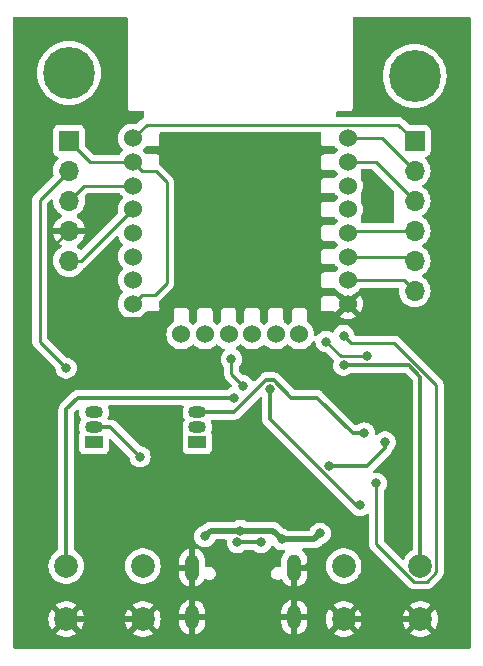
<source format=gbr>
%TF.GenerationSoftware,KiCad,Pcbnew,7.0.9*%
%TF.CreationDate,2024-01-23T00:02:11+01:00*%
%TF.ProjectId,esp32_programmer,65737033-325f-4707-926f-6772616d6d65,rev?*%
%TF.SameCoordinates,Original*%
%TF.FileFunction,Copper,L2,Bot*%
%TF.FilePolarity,Positive*%
%FSLAX46Y46*%
G04 Gerber Fmt 4.6, Leading zero omitted, Abs format (unit mm)*
G04 Created by KiCad (PCBNEW 7.0.9) date 2024-01-23 00:02:11*
%MOMM*%
%LPD*%
G01*
G04 APERTURE LIST*
%TA.AperFunction,ComponentPad*%
%ADD10C,2.000000*%
%TD*%
%TA.AperFunction,ComponentPad*%
%ADD11R,1.500000X1.050000*%
%TD*%
%TA.AperFunction,ComponentPad*%
%ADD12O,1.500000X1.050000*%
%TD*%
%TA.AperFunction,ComponentPad*%
%ADD13R,1.700000X1.700000*%
%TD*%
%TA.AperFunction,ComponentPad*%
%ADD14O,1.700000X1.700000*%
%TD*%
%TA.AperFunction,ComponentPad*%
%ADD15C,1.524000*%
%TD*%
%TA.AperFunction,ComponentPad*%
%ADD16O,1.200000X2.300000*%
%TD*%
%TA.AperFunction,ComponentPad*%
%ADD17O,1.200000X2.000000*%
%TD*%
%TA.AperFunction,ComponentPad*%
%ADD18C,0.700000*%
%TD*%
%TA.AperFunction,ComponentPad*%
%ADD19C,4.400000*%
%TD*%
%TA.AperFunction,ViaPad*%
%ADD20C,0.800000*%
%TD*%
%TA.AperFunction,Conductor*%
%ADD21C,0.250000*%
%TD*%
%TA.AperFunction,Conductor*%
%ADD22C,0.300000*%
%TD*%
%TA.AperFunction,Conductor*%
%ADD23C,0.500000*%
%TD*%
G04 APERTURE END LIST*
D10*
%TO.P,SW2,1,1*%
%TO.N,Net-(R8-Pad2)*%
X154250000Y-129750000D03*
X160750000Y-129750000D03*
%TO.P,SW2,2,2*%
%TO.N,GND*%
X154250000Y-134250000D03*
X160750000Y-134250000D03*
%TD*%
D11*
%TO.P,Q2,1,E*%
%TO.N,Net-(Q2-E)*%
X141860000Y-119270000D03*
D12*
%TO.P,Q2,2,B*%
%TO.N,Net-(Q2-B)*%
X141860000Y-118000000D03*
%TO.P,Q2,3,C*%
%TO.N,PIN0*%
X141860000Y-116730000D03*
%TD*%
D13*
%TO.P,J2,1,Pin_1*%
%TO.N,nRST*%
X160250000Y-93750000D03*
D14*
%TO.P,J2,2,Pin_2*%
%TO.N,TX*%
X160250000Y-96290000D03*
%TO.P,J2,3,Pin_3*%
%TO.N,RX*%
X160250000Y-98830000D03*
%TO.P,J2,4,Pin_4*%
%TO.N,PIN0*%
X160250000Y-101370000D03*
%TO.P,J2,5,Pin_5*%
%TO.N,PIN2*%
X160250000Y-103910000D03*
%TO.P,J2,6,Pin_6*%
%TO.N,PIN15*%
X160250000Y-106450000D03*
%TD*%
D15*
%TO.P,U2,1,~{RST}*%
%TO.N,nRST*%
X136400000Y-93550000D03*
%TO.P,U2,2,ADC*%
%TO.N,VBUS*%
X136400000Y-95550000D03*
%TO.P,U2,3,EN*%
%TO.N,EN*%
X136400000Y-97550000D03*
%TO.P,U2,4,GPIO16*%
%TO.N,PIN16*%
X136400000Y-99550000D03*
%TO.P,U2,5,GPIO14*%
%TO.N,unconnected-(U2-GPIO14-Pad5)*%
X136400000Y-101550000D03*
%TO.P,U2,6,GPIO12*%
%TO.N,unconnected-(U2-GPIO12-Pad6)*%
X136400000Y-103550000D03*
%TO.P,U2,7,GPIO13*%
%TO.N,unconnected-(U2-GPIO13-Pad7)*%
X136400000Y-105550000D03*
%TO.P,U2,8,VCC*%
%TO.N,VBUS*%
X136400000Y-107550000D03*
%TO.P,U2,9,CS0*%
%TO.N,unconnected-(U2-CS0-Pad9)*%
X140500000Y-110150000D03*
%TO.P,U2,10,MISO*%
%TO.N,unconnected-(U2-MISO-Pad10)*%
X142500000Y-110150000D03*
%TO.P,U2,11,GPIO9*%
%TO.N,BOOT_LED*%
X144500000Y-110150000D03*
%TO.P,U2,12,GPIO10*%
%TO.N,unconnected-(U2-GPIO10-Pad12)*%
X146500000Y-110150000D03*
%TO.P,U2,13,MOSI*%
%TO.N,unconnected-(U2-MOSI-Pad13)*%
X148500000Y-110150000D03*
%TO.P,U2,14,SCLK*%
%TO.N,unconnected-(U2-SCLK-Pad14)*%
X150500000Y-110150000D03*
%TO.P,U2,15,GND*%
%TO.N,GND*%
X154600000Y-107550000D03*
%TO.P,U2,16,GPIO15*%
%TO.N,PIN15*%
X154600000Y-105550000D03*
%TO.P,U2,17,GPIO2*%
%TO.N,PIN2*%
X154600000Y-103550000D03*
%TO.P,U2,18,GPIO0*%
%TO.N,PIN0*%
X154600000Y-101550000D03*
%TO.P,U2,19,GPIO4*%
%TO.N,unconnected-(U2-GPIO4-Pad19)*%
X154600000Y-99550000D03*
%TO.P,U2,20,GPIO5*%
%TO.N,unconnected-(U2-GPIO5-Pad20)*%
X154600000Y-97550000D03*
%TO.P,U2,21,GPIO3/RXD*%
%TO.N,RX*%
X154600000Y-95550000D03*
%TO.P,U2,22,GPIO1/TXD*%
%TO.N,TX*%
X154600000Y-93550000D03*
%TD*%
D16*
%TO.P,P1,S1,SHIELD*%
%TO.N,GND*%
X141425000Y-129885000D03*
D17*
X141425000Y-134085000D03*
D16*
X150075000Y-129885000D03*
D17*
X150075000Y-134085000D03*
%TD*%
D18*
%TO.P,H13,1,1*%
%TO.N,unconnected-(H13-Pad1)*%
X158600000Y-88250000D03*
X159083274Y-87083274D03*
X159083274Y-89416726D03*
X160250000Y-86600000D03*
D19*
X160250000Y-88250000D03*
D18*
X160250000Y-89900000D03*
X161416726Y-87083274D03*
X161416726Y-89416726D03*
X161900000Y-88250000D03*
%TD*%
D11*
%TO.P,Q1,1,E*%
%TO.N,Net-(Q1-E)*%
X133110000Y-119270000D03*
D12*
%TO.P,Q1,2,B*%
%TO.N,Net-(Q1-B)*%
X133110000Y-118000000D03*
%TO.P,Q1,3,C*%
%TO.N,nRST*%
X133110000Y-116730000D03*
%TD*%
D18*
%TO.P,H12,1,1*%
%TO.N,unconnected-(H12-Pad1)*%
X129350000Y-88000000D03*
X129833274Y-86833274D03*
X129833274Y-89166726D03*
X131000000Y-86350000D03*
D19*
X131000000Y-88000000D03*
D18*
X131000000Y-89650000D03*
X132166726Y-86833274D03*
X132166726Y-89166726D03*
X132650000Y-88000000D03*
%TD*%
D10*
%TO.P,SW1,1,1*%
%TO.N,GND*%
X137250000Y-134250000D03*
X130750000Y-134250000D03*
%TO.P,SW1,2,2*%
%TO.N,Net-(R5-Pad2)*%
X137250000Y-129750000D03*
X130750000Y-129750000D03*
%TD*%
D13*
%TO.P,J1,1,Pin_1*%
%TO.N,VBUS*%
X131000000Y-93750000D03*
D14*
%TO.P,J1,2,Pin_2*%
%TO.N,BOOT_LED*%
X131000000Y-96290000D03*
%TO.P,J1,3,Pin_3*%
%TO.N,EN*%
X131000000Y-98830000D03*
%TO.P,J1,4,Pin_4*%
%TO.N,GND*%
X131000000Y-101370000D03*
%TO.P,J1,5,Pin_5*%
%TO.N,PIN16*%
X131000000Y-103910000D03*
%TD*%
D20*
%TO.N,GND*%
X159500000Y-115250000D03*
X139000000Y-125750000D03*
X159000000Y-119000000D03*
X156000000Y-126000000D03*
X149420372Y-124924500D03*
%TO.N,Net-(U1-V3)*%
X157750000Y-119250000D03*
X153000000Y-121250000D03*
%TO.N,VBUS*%
X152250000Y-127000000D03*
X145500000Y-126750000D03*
X142500000Y-127250000D03*
X149000000Y-127500000D03*
%TO.N,Net-(P1-D+)*%
X145250000Y-127750000D03*
X147250000Y-127750000D03*
%TO.N,Net-(Q1-B)*%
X137000000Y-120500000D03*
%TO.N,Net-(R5-Pad2)*%
X145000000Y-115500000D03*
%TO.N,Net-(R8-Pad2)*%
X154250000Y-112750000D03*
%TO.N,nRST*%
X148000000Y-114750000D03*
X155619243Y-124626664D03*
X145750000Y-114500000D03*
X144750000Y-112250000D03*
%TO.N,PIN16*%
X156250000Y-112000500D03*
X152750000Y-110750000D03*
%TO.N,BOOT_LED*%
X130750000Y-113000000D03*
%TO.N,EN*%
X154250000Y-110250000D03*
X157000000Y-122750000D03*
%TO.N,PIN0*%
X156000000Y-118500000D03*
%TD*%
D21*
%TO.N,GND*%
X129250000Y-103120000D02*
X129250000Y-105250000D01*
D22*
X159000000Y-119000000D02*
X158250000Y-118250000D01*
D23*
X137250000Y-134250000D02*
X130750000Y-134250000D01*
D21*
X132794670Y-108794670D02*
X138205330Y-108794670D01*
X140500000Y-106500000D02*
X153550000Y-106500000D01*
D22*
X155310661Y-126689339D02*
X154060661Y-126689339D01*
D23*
X160750000Y-134250000D02*
X154250000Y-134250000D01*
D21*
X131000000Y-101370000D02*
X129250000Y-103120000D01*
D22*
X154060661Y-126689339D02*
X150865000Y-129885000D01*
X149594872Y-124750000D02*
X152121322Y-124750000D01*
D21*
X153550000Y-106500000D02*
X154600000Y-107550000D01*
D22*
X152121322Y-124750000D02*
X154060661Y-126689339D01*
D21*
X138205330Y-108794670D02*
X140500000Y-106500000D01*
D22*
X156000000Y-126000000D02*
X155310661Y-126689339D01*
X149420372Y-124924500D02*
X149594872Y-124750000D01*
X139000000Y-125750000D02*
X139000000Y-132500000D01*
X158250000Y-116500000D02*
X159500000Y-115250000D01*
X158250000Y-118250000D02*
X158250000Y-116500000D01*
D21*
X129250000Y-105250000D02*
X132794670Y-108794670D01*
D22*
X139000000Y-132500000D02*
X137250000Y-134250000D01*
X150865000Y-129885000D02*
X150075000Y-129885000D01*
%TO.N,Net-(U1-V3)*%
X157750000Y-119750000D02*
X157750000Y-119250000D01*
X156250000Y-121250000D02*
X157750000Y-119750000D01*
X153000000Y-121250000D02*
X156250000Y-121250000D01*
D21*
%TO.N,VBUS*%
X138250000Y-106775000D02*
X137175000Y-106775000D01*
D23*
X148250000Y-126750000D02*
X145500000Y-126750000D01*
D21*
X136400000Y-95550000D02*
X132800000Y-95550000D01*
X132800000Y-95550000D02*
X131000000Y-93750000D01*
D23*
X151750000Y-127500000D02*
X152250000Y-127000000D01*
D21*
X136400000Y-95550000D02*
X137175000Y-96325000D01*
X139250000Y-97250000D02*
X139250000Y-105775000D01*
X137175000Y-106775000D02*
X136400000Y-107550000D01*
D23*
X143000000Y-126750000D02*
X142500000Y-127250000D01*
D21*
X138325000Y-96325000D02*
X139250000Y-97250000D01*
X139250000Y-105775000D02*
X138250000Y-106775000D01*
X137175000Y-96325000D02*
X138325000Y-96325000D01*
D23*
X145500000Y-126750000D02*
X143000000Y-126750000D01*
X149000000Y-127500000D02*
X151750000Y-127500000D01*
X149000000Y-127500000D02*
X148250000Y-126750000D01*
D22*
%TO.N,Net-(P1-D+)*%
X147250000Y-127750000D02*
X147000000Y-127750000D01*
X145250000Y-127750000D02*
X147250000Y-127750000D01*
%TO.N,Net-(Q1-B)*%
X134500000Y-118000000D02*
X137000000Y-120500000D01*
X133110000Y-118000000D02*
X134500000Y-118000000D01*
%TO.N,Net-(R5-Pad2)*%
X130750000Y-116500000D02*
X131750000Y-115500000D01*
X130750000Y-129750000D02*
X130750000Y-116500000D01*
X131750000Y-115500000D02*
X145000000Y-115500000D01*
%TO.N,Net-(R8-Pad2)*%
X159750000Y-112750000D02*
X160750000Y-113750000D01*
X160750000Y-113750000D02*
X160750000Y-129750000D01*
X154250000Y-112750000D02*
X159750000Y-112750000D01*
D21*
%TO.N,nRST*%
X137575000Y-92375000D02*
X136400000Y-93550000D01*
D22*
X148000000Y-115000000D02*
X148000000Y-114750000D01*
X155619243Y-124626664D02*
X155316003Y-124626664D01*
X148000000Y-117310661D02*
X148000000Y-115000000D01*
X155316003Y-124626664D02*
X148000000Y-117310661D01*
D21*
X144750000Y-113500000D02*
X145750000Y-114500000D01*
X160250000Y-93750000D02*
X158875000Y-92375000D01*
X158875000Y-92375000D02*
X137575000Y-92375000D01*
X144750000Y-112250000D02*
X144750000Y-113500000D01*
%TO.N,PIN16*%
X156250000Y-112000500D02*
X156249500Y-112000000D01*
X156250000Y-112000500D02*
X154000500Y-112000500D01*
X156249500Y-112000000D02*
X156000000Y-112000000D01*
X154000500Y-112000500D02*
X152750000Y-110750000D01*
X132040000Y-103910000D02*
X131000000Y-103910000D01*
X136400000Y-99550000D02*
X132040000Y-103910000D01*
%TO.N,BOOT_LED*%
X131000000Y-96290000D02*
X128500000Y-98790000D01*
X128500000Y-98790000D02*
X128500000Y-110750000D01*
X128500000Y-110750000D02*
X130750000Y-113000000D01*
D22*
X130775000Y-112975000D02*
X130750000Y-113000000D01*
D21*
%TO.N,EN*%
X162075000Y-114403249D02*
X162075000Y-130298833D01*
X132280000Y-97550000D02*
X131000000Y-98830000D01*
X136400000Y-97550000D02*
X132280000Y-97550000D01*
X158546751Y-110875000D02*
X162075000Y-114403249D01*
X162075000Y-130298833D02*
X161298833Y-131075000D01*
X154875000Y-110875000D02*
X158546751Y-110875000D01*
X154250000Y-110250000D02*
X154875000Y-110875000D01*
X157000000Y-127873833D02*
X157000000Y-122750000D01*
X161298833Y-131075000D02*
X160201167Y-131075000D01*
X160201167Y-131075000D02*
X157000000Y-127873833D01*
%TO.N,TX*%
X154600000Y-93550000D02*
X157510000Y-93550000D01*
X157510000Y-93550000D02*
X160250000Y-96290000D01*
%TO.N,RX*%
X156970000Y-95550000D02*
X160250000Y-98830000D01*
X154600000Y-95550000D02*
X156970000Y-95550000D01*
D22*
%TO.N,PIN0*%
X148310661Y-114000000D02*
X147689339Y-114000000D01*
X156000000Y-118500000D02*
X155000000Y-118500000D01*
X149810661Y-115500000D02*
X148310661Y-114000000D01*
X147689339Y-114000000D02*
X144959339Y-116730000D01*
D21*
X160250000Y-101370000D02*
X154780000Y-101370000D01*
X154780000Y-101370000D02*
X154600000Y-101550000D01*
D22*
X152000000Y-115500000D02*
X149810661Y-115500000D01*
X155000000Y-118500000D02*
X152000000Y-115500000D01*
D21*
X154800000Y-101750000D02*
X154600000Y-101550000D01*
D22*
X144959339Y-116730000D02*
X141860000Y-116730000D01*
D21*
%TO.N,PIN2*%
X154600000Y-103550000D02*
X159890000Y-103550000D01*
X159890000Y-103550000D02*
X160250000Y-103910000D01*
%TO.N,PIN15*%
X154600000Y-105550000D02*
X159350000Y-105550000D01*
X159350000Y-105550000D02*
X160250000Y-106450000D01*
%TD*%
%TA.AperFunction,Conductor*%
%TO.N,GND*%
G36*
X151793273Y-110699057D02*
G01*
X151838609Y-110752221D01*
X151848731Y-110789876D01*
X151864326Y-110938256D01*
X151864327Y-110938259D01*
X151922818Y-111118277D01*
X151922821Y-111118284D01*
X152017467Y-111282216D01*
X152121782Y-111398069D01*
X152144129Y-111422888D01*
X152297265Y-111534148D01*
X152297270Y-111534151D01*
X152470192Y-111611142D01*
X152470197Y-111611144D01*
X152655354Y-111650500D01*
X152714548Y-111650500D01*
X152781587Y-111670185D01*
X152802229Y-111686819D01*
X153387311Y-112271902D01*
X153420796Y-112333225D01*
X153417561Y-112397901D01*
X153394855Y-112467785D01*
X153364326Y-112561744D01*
X153344540Y-112750000D01*
X153364326Y-112938256D01*
X153364327Y-112938259D01*
X153422818Y-113118277D01*
X153422821Y-113118284D01*
X153517467Y-113282216D01*
X153637194Y-113415186D01*
X153644129Y-113422888D01*
X153797265Y-113534148D01*
X153797270Y-113534151D01*
X153970192Y-113611142D01*
X153970197Y-113611144D01*
X154155354Y-113650500D01*
X154155355Y-113650500D01*
X154344644Y-113650500D01*
X154344646Y-113650500D01*
X154529803Y-113611144D01*
X154702730Y-113534151D01*
X154844781Y-113430945D01*
X154854090Y-113424182D01*
X154919896Y-113400702D01*
X154926975Y-113400500D01*
X159429192Y-113400500D01*
X159496231Y-113420185D01*
X159516873Y-113436819D01*
X160063181Y-113983127D01*
X160096666Y-114044450D01*
X160099500Y-114070808D01*
X160099500Y-128322009D01*
X160079815Y-128389048D01*
X160034518Y-128431063D01*
X159926501Y-128489519D01*
X159926494Y-128489523D01*
X159730257Y-128642261D01*
X159561833Y-128825217D01*
X159425824Y-129033396D01*
X159382356Y-129132492D01*
X159337400Y-129185978D01*
X159270664Y-129206667D01*
X159203336Y-129187992D01*
X159181120Y-129170362D01*
X157661819Y-127651061D01*
X157628334Y-127589738D01*
X157625500Y-127563380D01*
X157625500Y-123448687D01*
X157645185Y-123381648D01*
X157657350Y-123365715D01*
X157675891Y-123345122D01*
X157732533Y-123282216D01*
X157827179Y-123118284D01*
X157885674Y-122938256D01*
X157905460Y-122750000D01*
X157885674Y-122561744D01*
X157827179Y-122381716D01*
X157732533Y-122217784D01*
X157605871Y-122077112D01*
X157605870Y-122077111D01*
X157452734Y-121965851D01*
X157452729Y-121965848D01*
X157279807Y-121888857D01*
X157279802Y-121888855D01*
X157105203Y-121851744D01*
X157094646Y-121849500D01*
X156905354Y-121849500D01*
X156905352Y-121849500D01*
X156889505Y-121852868D01*
X156819838Y-121847549D01*
X156764106Y-121805410D01*
X156740004Y-121739829D01*
X156755183Y-121671628D01*
X156776044Y-121643900D01*
X158149513Y-120270431D01*
X158162079Y-120260365D01*
X158161925Y-120260178D01*
X158167937Y-120255204D01*
X158167937Y-120255203D01*
X158167940Y-120255202D01*
X158217190Y-120202755D01*
X158238911Y-120181035D01*
X158243401Y-120175245D01*
X158247183Y-120170815D01*
X158280448Y-120135393D01*
X158290674Y-120116790D01*
X158301353Y-120100533D01*
X158314362Y-120083764D01*
X158333656Y-120039175D01*
X158336212Y-120033956D01*
X158359627Y-119991368D01*
X158364905Y-119970806D01*
X158371207Y-119952399D01*
X158379635Y-119932927D01*
X158380890Y-119924998D01*
X158410818Y-119861864D01*
X158411098Y-119861551D01*
X158482533Y-119782216D01*
X158577179Y-119618284D01*
X158635674Y-119438256D01*
X158655460Y-119250000D01*
X158635674Y-119061744D01*
X158577179Y-118881716D01*
X158482533Y-118717784D01*
X158355871Y-118577112D01*
X158355870Y-118577111D01*
X158202734Y-118465851D01*
X158202729Y-118465848D01*
X158029807Y-118388857D01*
X158029802Y-118388855D01*
X157884001Y-118357865D01*
X157844646Y-118349500D01*
X157655354Y-118349500D01*
X157622897Y-118356398D01*
X157470197Y-118388855D01*
X157470192Y-118388857D01*
X157297270Y-118465848D01*
X157297265Y-118465851D01*
X157144129Y-118577111D01*
X157144127Y-118577113D01*
X157120102Y-118603795D01*
X157060614Y-118640442D01*
X156990757Y-118639111D01*
X156932710Y-118600223D01*
X156904902Y-118536125D01*
X156904634Y-118507858D01*
X156905460Y-118500000D01*
X156885674Y-118311744D01*
X156827179Y-118131716D01*
X156732533Y-117967784D01*
X156605871Y-117827112D01*
X156586697Y-117813181D01*
X156452734Y-117715851D01*
X156452729Y-117715848D01*
X156279807Y-117638857D01*
X156279802Y-117638855D01*
X156123622Y-117605659D01*
X156094646Y-117599500D01*
X155905354Y-117599500D01*
X155876378Y-117605659D01*
X155720197Y-117638855D01*
X155720192Y-117638857D01*
X155547270Y-117715848D01*
X155547265Y-117715851D01*
X155395910Y-117825818D01*
X155330104Y-117849298D01*
X155323025Y-117849500D01*
X155320808Y-117849500D01*
X155253769Y-117829815D01*
X155233127Y-117813181D01*
X152520434Y-115100488D01*
X152510361Y-115087914D01*
X152510174Y-115088070D01*
X152505201Y-115082059D01*
X152452756Y-115032810D01*
X152431035Y-115011089D01*
X152425240Y-115006594D01*
X152420798Y-115002799D01*
X152385396Y-114969554D01*
X152385388Y-114969548D01*
X152366792Y-114959325D01*
X152350531Y-114948644D01*
X152333763Y-114935637D01*
X152310180Y-114925432D01*
X152289178Y-114916343D01*
X152283956Y-114913786D01*
X152241368Y-114890373D01*
X152241365Y-114890372D01*
X152220801Y-114885092D01*
X152202396Y-114878790D01*
X152182927Y-114870365D01*
X152182921Y-114870363D01*
X152134951Y-114862766D01*
X152129236Y-114861582D01*
X152112772Y-114857355D01*
X152082180Y-114849500D01*
X152082177Y-114849500D01*
X152060955Y-114849500D01*
X152041555Y-114847973D01*
X152020596Y-114844653D01*
X152020595Y-114844653D01*
X151996786Y-114846903D01*
X151972230Y-114849225D01*
X151966392Y-114849500D01*
X150131469Y-114849500D01*
X150064430Y-114829815D01*
X150043788Y-114813181D01*
X148831095Y-113600488D01*
X148821022Y-113587914D01*
X148820835Y-113588070D01*
X148815862Y-113582059D01*
X148763417Y-113532810D01*
X148741696Y-113511089D01*
X148735901Y-113506594D01*
X148731459Y-113502799D01*
X148696057Y-113469554D01*
X148696049Y-113469548D01*
X148677453Y-113459325D01*
X148661192Y-113448644D01*
X148644424Y-113435637D01*
X148614962Y-113422888D01*
X148599839Y-113416343D01*
X148594617Y-113413786D01*
X148552029Y-113390373D01*
X148552026Y-113390372D01*
X148531462Y-113385092D01*
X148513057Y-113378790D01*
X148493588Y-113370365D01*
X148493582Y-113370363D01*
X148445612Y-113362766D01*
X148439897Y-113361582D01*
X148423433Y-113357355D01*
X148392841Y-113349500D01*
X148392838Y-113349500D01*
X148371616Y-113349500D01*
X148352216Y-113347973D01*
X148331257Y-113344653D01*
X148331256Y-113344653D01*
X148307447Y-113346903D01*
X148282891Y-113349225D01*
X148277053Y-113349500D01*
X147774844Y-113349500D01*
X147758833Y-113347732D01*
X147758811Y-113347974D01*
X147751044Y-113347240D01*
X147751043Y-113347240D01*
X147679136Y-113349500D01*
X147648414Y-113349500D01*
X147648410Y-113349500D01*
X147648400Y-113349501D01*
X147641132Y-113350419D01*
X147635315Y-113350876D01*
X147586775Y-113352402D01*
X147586764Y-113352404D01*
X147566388Y-113358323D01*
X147547347Y-113362266D01*
X147526292Y-113364926D01*
X147526276Y-113364930D01*
X147481110Y-113382812D01*
X147475583Y-113384704D01*
X147428938Y-113398256D01*
X147410666Y-113409062D01*
X147393200Y-113417619D01*
X147373467Y-113425432D01*
X147334169Y-113453983D01*
X147329292Y-113457186D01*
X147315620Y-113465272D01*
X147287471Y-113481920D01*
X147272465Y-113496926D01*
X147257675Y-113509558D01*
X147240506Y-113522032D01*
X147240504Y-113522034D01*
X147209533Y-113559470D01*
X147205601Y-113563791D01*
X146713591Y-114055800D01*
X146652268Y-114089285D01*
X146582576Y-114084301D01*
X146526643Y-114042429D01*
X146518523Y-114030120D01*
X146484772Y-113971662D01*
X146482533Y-113967784D01*
X146355871Y-113827112D01*
X146355870Y-113827111D01*
X146202734Y-113715851D01*
X146202729Y-113715848D01*
X146029807Y-113638857D01*
X146029802Y-113638855D01*
X145884001Y-113607865D01*
X145844646Y-113599500D01*
X145844645Y-113599500D01*
X145785452Y-113599500D01*
X145718413Y-113579815D01*
X145697771Y-113563181D01*
X145411819Y-113277228D01*
X145378334Y-113215905D01*
X145375500Y-113189547D01*
X145375500Y-112948687D01*
X145395185Y-112881648D01*
X145407350Y-112865715D01*
X145425891Y-112845122D01*
X145482533Y-112782216D01*
X145577179Y-112618284D01*
X145635674Y-112438256D01*
X145655460Y-112250000D01*
X145635674Y-112061744D01*
X145577179Y-111881716D01*
X145482533Y-111717784D01*
X145355871Y-111577112D01*
X145355867Y-111577109D01*
X145202735Y-111465852D01*
X145202732Y-111465850D01*
X145202730Y-111465849D01*
X145170130Y-111451334D01*
X145116895Y-111406083D01*
X145096575Y-111339234D01*
X145115622Y-111272010D01*
X145149443Y-111236483D01*
X145314620Y-111120826D01*
X145412319Y-111023127D01*
X145473642Y-110989642D01*
X145543334Y-110994626D01*
X145587681Y-111023127D01*
X145685378Y-111120824D01*
X145685384Y-111120829D01*
X145866333Y-111247531D01*
X145866335Y-111247532D01*
X145866338Y-111247534D01*
X146066550Y-111340894D01*
X146279932Y-111398070D01*
X146437123Y-111411822D01*
X146499998Y-111417323D01*
X146500000Y-111417323D01*
X146500002Y-111417323D01*
X146555017Y-111412509D01*
X146720068Y-111398070D01*
X146933450Y-111340894D01*
X147133662Y-111247534D01*
X147314620Y-111120826D01*
X147412319Y-111023127D01*
X147473642Y-110989642D01*
X147543334Y-110994626D01*
X147587681Y-111023127D01*
X147685378Y-111120824D01*
X147685384Y-111120829D01*
X147866333Y-111247531D01*
X147866335Y-111247532D01*
X147866338Y-111247534D01*
X148066550Y-111340894D01*
X148279932Y-111398070D01*
X148437123Y-111411822D01*
X148499998Y-111417323D01*
X148500000Y-111417323D01*
X148500002Y-111417323D01*
X148555017Y-111412509D01*
X148720068Y-111398070D01*
X148933450Y-111340894D01*
X149133662Y-111247534D01*
X149314620Y-111120826D01*
X149412319Y-111023127D01*
X149473642Y-110989642D01*
X149543334Y-110994626D01*
X149587681Y-111023127D01*
X149685378Y-111120824D01*
X149685384Y-111120829D01*
X149866333Y-111247531D01*
X149866335Y-111247532D01*
X149866338Y-111247534D01*
X150066550Y-111340894D01*
X150279932Y-111398070D01*
X150437123Y-111411822D01*
X150499998Y-111417323D01*
X150500000Y-111417323D01*
X150500002Y-111417323D01*
X150555017Y-111412509D01*
X150720068Y-111398070D01*
X150933450Y-111340894D01*
X151133662Y-111247534D01*
X151314620Y-111120826D01*
X151470826Y-110964620D01*
X151597534Y-110783662D01*
X151613028Y-110750432D01*
X151659199Y-110697995D01*
X151726392Y-110678842D01*
X151793273Y-110699057D01*
G37*
%TD.AperFunction*%
%TA.AperFunction,Conductor*%
G36*
X135942539Y-83270185D02*
G01*
X135988294Y-83322989D01*
X135999500Y-83374500D01*
X135999500Y-90963114D01*
X135997117Y-90987306D01*
X135994592Y-90999999D01*
X135994592Y-91000000D01*
X135998688Y-91020591D01*
X135998689Y-91020597D01*
X136014032Y-91097736D01*
X136014033Y-91097739D01*
X136014034Y-91097740D01*
X136069399Y-91180601D01*
X136152260Y-91235966D01*
X136184840Y-91242446D01*
X136249998Y-91255408D01*
X136250000Y-91255408D01*
X136250001Y-91255408D01*
X136262694Y-91252883D01*
X136286886Y-91250500D01*
X137256000Y-91250500D01*
X137323039Y-91270185D01*
X137368794Y-91322989D01*
X137380000Y-91374500D01*
X137380000Y-91692896D01*
X137360315Y-91759935D01*
X137319116Y-91799630D01*
X137307365Y-91806580D01*
X137289905Y-91815133D01*
X137271274Y-91822510D01*
X137271262Y-91822517D01*
X137233570Y-91849902D01*
X137228687Y-91853109D01*
X137188580Y-91876829D01*
X137174414Y-91890995D01*
X137159624Y-91903627D01*
X137143414Y-91915404D01*
X137143411Y-91915407D01*
X137113710Y-91951309D01*
X137109777Y-91955631D01*
X136783794Y-92281613D01*
X136722471Y-92315098D01*
X136664020Y-92313707D01*
X136620068Y-92301930D01*
X136510034Y-92292303D01*
X136400002Y-92282677D01*
X136399998Y-92282677D01*
X136179937Y-92301929D01*
X136179929Y-92301930D01*
X135966554Y-92359104D01*
X135966548Y-92359107D01*
X135766340Y-92452465D01*
X135766338Y-92452466D01*
X135585377Y-92579175D01*
X135429175Y-92735377D01*
X135302466Y-92916338D01*
X135302465Y-92916340D01*
X135209107Y-93116548D01*
X135209104Y-93116554D01*
X135151930Y-93329929D01*
X135151929Y-93329937D01*
X135132677Y-93549997D01*
X135132677Y-93550002D01*
X135151929Y-93770062D01*
X135151930Y-93770070D01*
X135209104Y-93983445D01*
X135209105Y-93983447D01*
X135209106Y-93983450D01*
X135239085Y-94047740D01*
X135302466Y-94183662D01*
X135302468Y-94183666D01*
X135429170Y-94364615D01*
X135429175Y-94364621D01*
X135526872Y-94462318D01*
X135560357Y-94523641D01*
X135555373Y-94593333D01*
X135526873Y-94637680D01*
X135429172Y-94735381D01*
X135333776Y-94871623D01*
X135279199Y-94915248D01*
X135232201Y-94924500D01*
X133110453Y-94924500D01*
X133043414Y-94904815D01*
X133022772Y-94888181D01*
X132386818Y-94252227D01*
X132353333Y-94190904D01*
X132350499Y-94164546D01*
X132350499Y-92852129D01*
X132350498Y-92852123D01*
X132350497Y-92852116D01*
X132344091Y-92792517D01*
X132322780Y-92735380D01*
X132293797Y-92657671D01*
X132293793Y-92657664D01*
X132207547Y-92542455D01*
X132207544Y-92542452D01*
X132092335Y-92456206D01*
X132092328Y-92456202D01*
X131957482Y-92405908D01*
X131957483Y-92405908D01*
X131897883Y-92399501D01*
X131897881Y-92399500D01*
X131897873Y-92399500D01*
X131897864Y-92399500D01*
X130102129Y-92399500D01*
X130102123Y-92399501D01*
X130042516Y-92405908D01*
X129907671Y-92456202D01*
X129907664Y-92456206D01*
X129792455Y-92542452D01*
X129792452Y-92542455D01*
X129706206Y-92657664D01*
X129706202Y-92657671D01*
X129655908Y-92792517D01*
X129649501Y-92852116D01*
X129649501Y-92852123D01*
X129649500Y-92852135D01*
X129649500Y-94647870D01*
X129649501Y-94647876D01*
X129655908Y-94707483D01*
X129706202Y-94842328D01*
X129706206Y-94842335D01*
X129792452Y-94957544D01*
X129792455Y-94957547D01*
X129907664Y-95043793D01*
X129907671Y-95043797D01*
X130039081Y-95092810D01*
X130095015Y-95134681D01*
X130119432Y-95200145D01*
X130104580Y-95268418D01*
X130083430Y-95296673D01*
X129961503Y-95418600D01*
X129825965Y-95612169D01*
X129825964Y-95612171D01*
X129726098Y-95826335D01*
X129726094Y-95826344D01*
X129664938Y-96054586D01*
X129664936Y-96054596D01*
X129644341Y-96289999D01*
X129644341Y-96290000D01*
X129664936Y-96525403D01*
X129664938Y-96525413D01*
X129691856Y-96625872D01*
X129690193Y-96695722D01*
X129659762Y-96745646D01*
X128116208Y-98289199D01*
X128103951Y-98299020D01*
X128104134Y-98299241D01*
X128098123Y-98304213D01*
X128050772Y-98354636D01*
X128029889Y-98375519D01*
X128029877Y-98375532D01*
X128025621Y-98381017D01*
X128021837Y-98385447D01*
X127989937Y-98419418D01*
X127989936Y-98419420D01*
X127980284Y-98436976D01*
X127969610Y-98453226D01*
X127957329Y-98469061D01*
X127957324Y-98469068D01*
X127938815Y-98511838D01*
X127936245Y-98517084D01*
X127913803Y-98557906D01*
X127908822Y-98577307D01*
X127902521Y-98595710D01*
X127894562Y-98614102D01*
X127894561Y-98614105D01*
X127887271Y-98660127D01*
X127886087Y-98665846D01*
X127874501Y-98710972D01*
X127874500Y-98710982D01*
X127874500Y-98731016D01*
X127872973Y-98750413D01*
X127869840Y-98770196D01*
X127873831Y-98812415D01*
X127874225Y-98816583D01*
X127874500Y-98822421D01*
X127874500Y-110667255D01*
X127872775Y-110682872D01*
X127873061Y-110682899D01*
X127872326Y-110690665D01*
X127874500Y-110759814D01*
X127874500Y-110789343D01*
X127874501Y-110789360D01*
X127875368Y-110796231D01*
X127875826Y-110802050D01*
X127877290Y-110848624D01*
X127877291Y-110848627D01*
X127882880Y-110867867D01*
X127886824Y-110886911D01*
X127889336Y-110906792D01*
X127906490Y-110950119D01*
X127908382Y-110955647D01*
X127921381Y-111000388D01*
X127931580Y-111017634D01*
X127940138Y-111035103D01*
X127947514Y-111053732D01*
X127974898Y-111091423D01*
X127978106Y-111096307D01*
X128001827Y-111136416D01*
X128001833Y-111136424D01*
X128015990Y-111150580D01*
X128028628Y-111165376D01*
X128040405Y-111181586D01*
X128040406Y-111181587D01*
X128076309Y-111211288D01*
X128080620Y-111215210D01*
X128964594Y-112099184D01*
X129811038Y-112945628D01*
X129844523Y-113006951D01*
X129846678Y-113020347D01*
X129854139Y-113091338D01*
X129864326Y-113188256D01*
X129864327Y-113188259D01*
X129922818Y-113368277D01*
X129922821Y-113368284D01*
X130017467Y-113532216D01*
X130113487Y-113638857D01*
X130144129Y-113672888D01*
X130297265Y-113784148D01*
X130297270Y-113784151D01*
X130470192Y-113861142D01*
X130470197Y-113861144D01*
X130655354Y-113900500D01*
X130655355Y-113900500D01*
X130844644Y-113900500D01*
X130844646Y-113900500D01*
X131029803Y-113861144D01*
X131202730Y-113784151D01*
X131355871Y-113672888D01*
X131482533Y-113532216D01*
X131577179Y-113368284D01*
X131635674Y-113188256D01*
X131655460Y-113000000D01*
X131635674Y-112811744D01*
X131577179Y-112631716D01*
X131482533Y-112467784D01*
X131355871Y-112327112D01*
X131279881Y-112271902D01*
X131202734Y-112215851D01*
X131202729Y-112215848D01*
X131029807Y-112138857D01*
X131029802Y-112138855D01*
X130884001Y-112107865D01*
X130844646Y-112099500D01*
X130844645Y-112099500D01*
X130785453Y-112099500D01*
X130718414Y-112079815D01*
X130697772Y-112063181D01*
X129161819Y-110527228D01*
X129128334Y-110465905D01*
X129125500Y-110439547D01*
X129125500Y-99100452D01*
X129145185Y-99033413D01*
X129161819Y-99012771D01*
X129432660Y-98741930D01*
X129493983Y-98708445D01*
X129563675Y-98713429D01*
X129619608Y-98755301D01*
X129644025Y-98820765D01*
X129644341Y-98829611D01*
X129644341Y-98830000D01*
X129664936Y-99065403D01*
X129664938Y-99065413D01*
X129726094Y-99293655D01*
X129726096Y-99293659D01*
X129726097Y-99293663D01*
X129743010Y-99329932D01*
X129825965Y-99507830D01*
X129825967Y-99507834D01*
X129855494Y-99550002D01*
X129961505Y-99701401D01*
X130128599Y-99868495D01*
X130292764Y-99983445D01*
X130314594Y-99998730D01*
X130358219Y-100053307D01*
X130365413Y-100122805D01*
X130333890Y-100185160D01*
X130314595Y-100201880D01*
X130128922Y-100331890D01*
X130128920Y-100331891D01*
X129961891Y-100498920D01*
X129961886Y-100498926D01*
X129826400Y-100692420D01*
X129826399Y-100692422D01*
X129726570Y-100906507D01*
X129726567Y-100906513D01*
X129669364Y-101119999D01*
X129669364Y-101120000D01*
X130566314Y-101120000D01*
X130540507Y-101160156D01*
X130500000Y-101298111D01*
X130500000Y-101441889D01*
X130540507Y-101579844D01*
X130566314Y-101620000D01*
X129669364Y-101620000D01*
X129726567Y-101833486D01*
X129726570Y-101833492D01*
X129826399Y-102047578D01*
X129961894Y-102241082D01*
X130128917Y-102408105D01*
X130314595Y-102538119D01*
X130358219Y-102592696D01*
X130365412Y-102662195D01*
X130333890Y-102724549D01*
X130314595Y-102741269D01*
X130128594Y-102871508D01*
X129961505Y-103038597D01*
X129825965Y-103232169D01*
X129825964Y-103232171D01*
X129726098Y-103446335D01*
X129726094Y-103446344D01*
X129664938Y-103674586D01*
X129664936Y-103674596D01*
X129644341Y-103909999D01*
X129644341Y-103910000D01*
X129664936Y-104145403D01*
X129664938Y-104145413D01*
X129726094Y-104373655D01*
X129726096Y-104373659D01*
X129726097Y-104373663D01*
X129796033Y-104523641D01*
X129825965Y-104587830D01*
X129825967Y-104587834D01*
X129860870Y-104637680D01*
X129961505Y-104781401D01*
X130128599Y-104948495D01*
X130158453Y-104969399D01*
X130322165Y-105084032D01*
X130322167Y-105084033D01*
X130322170Y-105084035D01*
X130536337Y-105183903D01*
X130764592Y-105245063D01*
X130952918Y-105261539D01*
X130999999Y-105265659D01*
X131000000Y-105265659D01*
X131000001Y-105265659D01*
X131039234Y-105262226D01*
X131235408Y-105245063D01*
X131463663Y-105183903D01*
X131677830Y-105084035D01*
X131871401Y-104948495D01*
X132038495Y-104781401D01*
X132174035Y-104587830D01*
X132185542Y-104563152D01*
X132231712Y-104510713D01*
X132263327Y-104496480D01*
X132290390Y-104488618D01*
X132307629Y-104478422D01*
X132325103Y-104469862D01*
X132343727Y-104462488D01*
X132343727Y-104462487D01*
X132343732Y-104462486D01*
X132381449Y-104435082D01*
X132386305Y-104431892D01*
X132426420Y-104408170D01*
X132440589Y-104393999D01*
X132455379Y-104381368D01*
X132471587Y-104369594D01*
X132501299Y-104333676D01*
X132505212Y-104329376D01*
X134981592Y-101852997D01*
X135042913Y-101819514D01*
X135112605Y-101824498D01*
X135168538Y-101866370D01*
X135189046Y-101908586D01*
X135196741Y-101937306D01*
X135209106Y-101983450D01*
X135239085Y-102047740D01*
X135302466Y-102183662D01*
X135302468Y-102183666D01*
X135429170Y-102364615D01*
X135429175Y-102364621D01*
X135526872Y-102462318D01*
X135560357Y-102523641D01*
X135555373Y-102593333D01*
X135526873Y-102637680D01*
X135429172Y-102735381D01*
X135302466Y-102916338D01*
X135302465Y-102916340D01*
X135209107Y-103116548D01*
X135209104Y-103116554D01*
X135151930Y-103329929D01*
X135151929Y-103329937D01*
X135132677Y-103549997D01*
X135132677Y-103550002D01*
X135151929Y-103770062D01*
X135151930Y-103770070D01*
X135209104Y-103983445D01*
X135209105Y-103983447D01*
X135209106Y-103983450D01*
X135239085Y-104047740D01*
X135302466Y-104183662D01*
X135302468Y-104183666D01*
X135429170Y-104364615D01*
X135429175Y-104364621D01*
X135526872Y-104462318D01*
X135560357Y-104523641D01*
X135555373Y-104593333D01*
X135526873Y-104637680D01*
X135429172Y-104735381D01*
X135302466Y-104916338D01*
X135302465Y-104916340D01*
X135209107Y-105116548D01*
X135209104Y-105116554D01*
X135151930Y-105329929D01*
X135151929Y-105329937D01*
X135132677Y-105549997D01*
X135132677Y-105550002D01*
X135151929Y-105770062D01*
X135151930Y-105770070D01*
X135209104Y-105983445D01*
X135209105Y-105983447D01*
X135209106Y-105983450D01*
X135277723Y-106130601D01*
X135302466Y-106183662D01*
X135302468Y-106183666D01*
X135429170Y-106364615D01*
X135429175Y-106364621D01*
X135526872Y-106462318D01*
X135560357Y-106523641D01*
X135555373Y-106593333D01*
X135526873Y-106637680D01*
X135429172Y-106735381D01*
X135302466Y-106916338D01*
X135302465Y-106916340D01*
X135209107Y-107116548D01*
X135209104Y-107116554D01*
X135151930Y-107329929D01*
X135151929Y-107329937D01*
X135132677Y-107549997D01*
X135132677Y-107550002D01*
X135151929Y-107770062D01*
X135151930Y-107770070D01*
X135209104Y-107983445D01*
X135209105Y-107983447D01*
X135209106Y-107983450D01*
X135241193Y-108052261D01*
X135302466Y-108183662D01*
X135302468Y-108183666D01*
X135429170Y-108364615D01*
X135429175Y-108364621D01*
X135585378Y-108520824D01*
X135585384Y-108520829D01*
X135766333Y-108647531D01*
X135766335Y-108647532D01*
X135766338Y-108647534D01*
X135966550Y-108740894D01*
X136179932Y-108798070D01*
X136337123Y-108811822D01*
X136399998Y-108817323D01*
X136400000Y-108817323D01*
X136400002Y-108817323D01*
X136455017Y-108812509D01*
X136620068Y-108798070D01*
X136833450Y-108740894D01*
X137033662Y-108647534D01*
X137214620Y-108520826D01*
X137370826Y-108364620D01*
X137450287Y-108251136D01*
X137504862Y-108207513D01*
X137574361Y-108200319D01*
X137575917Y-108200617D01*
X137600000Y-108205408D01*
X137612694Y-108202883D01*
X137636886Y-108200500D01*
X138363114Y-108200500D01*
X138387306Y-108202883D01*
X138399999Y-108205408D01*
X138400000Y-108205408D01*
X138400002Y-108205408D01*
X138448870Y-108195687D01*
X138497740Y-108185966D01*
X138580601Y-108130601D01*
X138635966Y-108047740D01*
X138635967Y-108047735D01*
X138651689Y-107968700D01*
X138651690Y-107968689D01*
X138655408Y-107950000D01*
X138655408Y-107949999D01*
X138652883Y-107937306D01*
X138650500Y-107913114D01*
X138650500Y-107316815D01*
X138670185Y-107249776D01*
X138678953Y-107237778D01*
X138711288Y-107198690D01*
X138715212Y-107194376D01*
X139633786Y-106275802D01*
X139646048Y-106265980D01*
X139645865Y-106265759D01*
X139651867Y-106260792D01*
X139651877Y-106260786D01*
X139699241Y-106210348D01*
X139720120Y-106189470D01*
X139724373Y-106183986D01*
X139728150Y-106179563D01*
X139760062Y-106145582D01*
X139769714Y-106128023D01*
X139780389Y-106111772D01*
X139792674Y-106095936D01*
X139811186Y-106053152D01*
X139813742Y-106047935D01*
X139836197Y-106007092D01*
X139841180Y-105987680D01*
X139847477Y-105969291D01*
X139855438Y-105950895D01*
X139862729Y-105904853D01*
X139863908Y-105899162D01*
X139875500Y-105854019D01*
X139875500Y-105833983D01*
X139877027Y-105814582D01*
X139880160Y-105794804D01*
X139875775Y-105748415D01*
X139875500Y-105742577D01*
X139875500Y-97332742D01*
X139877224Y-97317122D01*
X139876939Y-97317095D01*
X139877673Y-97309333D01*
X139875500Y-97240172D01*
X139875500Y-97210656D01*
X139875500Y-97210650D01*
X139874631Y-97203779D01*
X139874173Y-97197952D01*
X139872710Y-97151373D01*
X139867119Y-97132130D01*
X139863173Y-97113078D01*
X139860664Y-97093208D01*
X139843504Y-97049867D01*
X139841624Y-97044379D01*
X139828618Y-96999610D01*
X139818422Y-96982370D01*
X139809861Y-96964894D01*
X139802487Y-96946270D01*
X139802486Y-96946268D01*
X139775079Y-96908545D01*
X139771888Y-96903686D01*
X139769518Y-96899679D01*
X139748170Y-96863580D01*
X139748168Y-96863578D01*
X139748165Y-96863574D01*
X139734006Y-96849415D01*
X139721368Y-96834619D01*
X139709594Y-96818413D01*
X139673688Y-96788709D01*
X139669376Y-96784786D01*
X138825803Y-95941212D01*
X138815980Y-95928950D01*
X138815759Y-95929134D01*
X138810786Y-95923123D01*
X138760364Y-95875773D01*
X138749919Y-95865328D01*
X138739475Y-95854883D01*
X138733986Y-95850625D01*
X138729561Y-95846847D01*
X138695582Y-95814938D01*
X138695580Y-95814937D01*
X138689893Y-95809596D01*
X138692202Y-95807136D01*
X138658918Y-95763910D01*
X138650500Y-95719002D01*
X138650500Y-95186885D01*
X138652883Y-95162692D01*
X138654586Y-95154134D01*
X138655408Y-95150000D01*
X138645561Y-95100499D01*
X138635966Y-95052260D01*
X138580601Y-94969399D01*
X138497740Y-94914034D01*
X138497739Y-94914033D01*
X138497738Y-94914033D01*
X138400002Y-94894592D01*
X138399999Y-94894592D01*
X138387306Y-94897117D01*
X138363114Y-94899500D01*
X137636886Y-94899500D01*
X137612694Y-94897117D01*
X137600001Y-94894592D01*
X137599998Y-94894592D01*
X137576052Y-94899355D01*
X137506460Y-94893128D01*
X137451283Y-94850264D01*
X137450286Y-94848861D01*
X137370824Y-94735377D01*
X137273127Y-94637680D01*
X137239642Y-94576357D01*
X137244626Y-94506665D01*
X137273123Y-94462322D01*
X137370826Y-94364620D01*
X137450287Y-94251136D01*
X137504862Y-94207513D01*
X137574361Y-94200319D01*
X137575917Y-94200617D01*
X137600000Y-94205408D01*
X137612694Y-94202883D01*
X137636886Y-94200500D01*
X138363114Y-94200500D01*
X138387306Y-94202883D01*
X138399999Y-94205408D01*
X138400000Y-94205408D01*
X138400002Y-94205408D01*
X138451394Y-94195185D01*
X138497740Y-94185966D01*
X138580601Y-94130601D01*
X138635966Y-94047740D01*
X138635967Y-94047735D01*
X138651689Y-93968700D01*
X138651690Y-93968689D01*
X138655408Y-93950000D01*
X138655408Y-93949999D01*
X138652883Y-93937306D01*
X138650500Y-93913114D01*
X138650500Y-93186885D01*
X138652883Y-93162691D01*
X138655408Y-93150000D01*
X138655148Y-93148692D01*
X138655408Y-93145786D01*
X138655408Y-93137787D01*
X138656124Y-93137787D01*
X138661375Y-93079100D01*
X138704238Y-93023923D01*
X138770128Y-93000678D01*
X138776765Y-93000500D01*
X152223235Y-93000500D01*
X152290274Y-93020185D01*
X152336029Y-93072989D01*
X152345973Y-93142147D01*
X152344852Y-93148692D01*
X152344592Y-93149998D01*
X152347117Y-93162691D01*
X152349500Y-93186885D01*
X152349500Y-93913114D01*
X152347117Y-93937306D01*
X152344592Y-93949999D01*
X152344592Y-93950000D01*
X152348688Y-93970591D01*
X152348689Y-93970597D01*
X152364032Y-94047736D01*
X152364033Y-94047739D01*
X152364034Y-94047740D01*
X152419399Y-94130601D01*
X152502260Y-94185966D01*
X152527085Y-94190904D01*
X152599998Y-94205408D01*
X152600000Y-94205408D01*
X152600001Y-94205408D01*
X152612694Y-94202883D01*
X152636886Y-94200500D01*
X153363114Y-94200500D01*
X153387306Y-94202883D01*
X153400000Y-94205408D01*
X153423947Y-94200644D01*
X153493535Y-94206870D01*
X153548714Y-94249731D01*
X153549713Y-94251138D01*
X153629170Y-94364615D01*
X153629175Y-94364621D01*
X153726872Y-94462318D01*
X153760357Y-94523641D01*
X153755373Y-94593333D01*
X153726873Y-94637680D01*
X153629174Y-94735378D01*
X153549713Y-94848862D01*
X153495136Y-94892486D01*
X153425637Y-94899679D01*
X153423947Y-94899355D01*
X153400002Y-94894592D01*
X153399999Y-94894592D01*
X153387306Y-94897117D01*
X153363114Y-94899500D01*
X152636886Y-94899500D01*
X152612694Y-94897117D01*
X152600001Y-94894592D01*
X152599998Y-94894592D01*
X152502261Y-94914033D01*
X152437137Y-94957547D01*
X152419399Y-94969399D01*
X152364034Y-95052260D01*
X152354439Y-95100499D01*
X152344592Y-95150000D01*
X152345414Y-95154134D01*
X152347117Y-95162692D01*
X152349500Y-95186885D01*
X152349500Y-95913114D01*
X152347117Y-95937306D01*
X152344592Y-95949999D01*
X152344592Y-95950000D01*
X152348688Y-95970591D01*
X152348689Y-95970597D01*
X152364032Y-96047736D01*
X152364033Y-96047739D01*
X152364034Y-96047740D01*
X152419399Y-96130601D01*
X152502260Y-96185966D01*
X152534840Y-96192446D01*
X152599998Y-96205408D01*
X152600000Y-96205408D01*
X152600001Y-96205408D01*
X152612694Y-96202883D01*
X152636886Y-96200500D01*
X153363114Y-96200500D01*
X153387306Y-96202883D01*
X153400000Y-96205408D01*
X153423947Y-96200644D01*
X153493535Y-96206870D01*
X153548714Y-96249731D01*
X153549713Y-96251138D01*
X153629170Y-96364615D01*
X153629175Y-96364621D01*
X153726872Y-96462318D01*
X153760357Y-96523641D01*
X153755373Y-96593333D01*
X153726873Y-96637680D01*
X153629174Y-96735378D01*
X153549713Y-96848862D01*
X153495136Y-96892486D01*
X153425637Y-96899679D01*
X153423947Y-96899355D01*
X153400002Y-96894592D01*
X153399999Y-96894592D01*
X153387306Y-96897117D01*
X153363114Y-96899500D01*
X152636886Y-96899500D01*
X152612694Y-96897117D01*
X152600001Y-96894592D01*
X152599999Y-96894592D01*
X152575325Y-96899500D01*
X152502263Y-96914032D01*
X152502260Y-96914033D01*
X152419399Y-96969399D01*
X152364033Y-97052261D01*
X152344592Y-97149997D01*
X152344592Y-97149998D01*
X152344592Y-97150000D01*
X152346860Y-97161402D01*
X152347117Y-97162691D01*
X152349500Y-97186885D01*
X152349500Y-97913114D01*
X152347117Y-97937306D01*
X152344592Y-97949999D01*
X152344592Y-97950000D01*
X152348688Y-97970591D01*
X152348689Y-97970597D01*
X152364032Y-98047736D01*
X152364033Y-98047739D01*
X152364034Y-98047740D01*
X152419399Y-98130601D01*
X152502260Y-98185966D01*
X152534840Y-98192446D01*
X152599998Y-98205408D01*
X152600000Y-98205408D01*
X152600001Y-98205408D01*
X152612694Y-98202883D01*
X152636886Y-98200500D01*
X153363114Y-98200500D01*
X153387306Y-98202883D01*
X153400000Y-98205408D01*
X153423947Y-98200644D01*
X153493535Y-98206870D01*
X153548714Y-98249731D01*
X153549713Y-98251138D01*
X153629170Y-98364615D01*
X153629175Y-98364621D01*
X153726872Y-98462318D01*
X153760357Y-98523641D01*
X153755373Y-98593333D01*
X153726873Y-98637680D01*
X153629174Y-98735378D01*
X153549713Y-98848862D01*
X153495136Y-98892486D01*
X153425637Y-98899679D01*
X153423947Y-98899355D01*
X153400002Y-98894592D01*
X153399999Y-98894592D01*
X153387306Y-98897117D01*
X153363114Y-98899500D01*
X152636886Y-98899500D01*
X152612694Y-98897117D01*
X152600001Y-98894592D01*
X152599999Y-98894592D01*
X152575325Y-98899500D01*
X152502263Y-98914032D01*
X152502260Y-98914033D01*
X152419399Y-98969399D01*
X152364033Y-99052261D01*
X152344592Y-99149997D01*
X152344592Y-99149998D01*
X152347117Y-99162691D01*
X152349500Y-99186885D01*
X152349500Y-99913114D01*
X152347117Y-99937306D01*
X152344592Y-99949999D01*
X152344592Y-99950002D01*
X152364033Y-100047738D01*
X152364033Y-100047739D01*
X152364034Y-100047740D01*
X152419399Y-100130601D01*
X152498812Y-100183662D01*
X152502260Y-100185966D01*
X152502263Y-100185967D01*
X152552526Y-100195965D01*
X152599999Y-100205408D01*
X152600000Y-100205408D01*
X152600001Y-100205408D01*
X152612694Y-100202883D01*
X152636886Y-100200500D01*
X153363114Y-100200500D01*
X153387306Y-100202883D01*
X153400000Y-100205408D01*
X153423947Y-100200644D01*
X153493535Y-100206870D01*
X153548714Y-100249731D01*
X153549713Y-100251138D01*
X153629170Y-100364615D01*
X153629175Y-100364621D01*
X153726872Y-100462318D01*
X153760357Y-100523641D01*
X153755373Y-100593333D01*
X153726873Y-100637680D01*
X153629174Y-100735378D01*
X153549713Y-100848862D01*
X153495136Y-100892486D01*
X153425637Y-100899679D01*
X153423947Y-100899355D01*
X153400002Y-100894592D01*
X153399999Y-100894592D01*
X153387306Y-100897117D01*
X153363114Y-100899500D01*
X152636886Y-100899500D01*
X152612694Y-100897117D01*
X152600001Y-100894592D01*
X152599999Y-100894592D01*
X152575325Y-100899500D01*
X152502263Y-100914032D01*
X152502260Y-100914033D01*
X152419399Y-100969399D01*
X152364033Y-101052261D01*
X152344592Y-101149997D01*
X152344592Y-101149998D01*
X152344592Y-101150000D01*
X152346612Y-101160156D01*
X152347117Y-101162691D01*
X152349500Y-101186885D01*
X152349500Y-101913114D01*
X152347117Y-101937306D01*
X152344592Y-101949999D01*
X152344592Y-101950000D01*
X152348688Y-101970591D01*
X152348689Y-101970597D01*
X152364032Y-102047736D01*
X152364033Y-102047739D01*
X152375500Y-102064900D01*
X152419399Y-102130601D01*
X152502260Y-102185966D01*
X152534840Y-102192446D01*
X152599998Y-102205408D01*
X152600000Y-102205408D01*
X152600001Y-102205408D01*
X152612694Y-102202883D01*
X152636886Y-102200500D01*
X153363114Y-102200500D01*
X153387306Y-102202883D01*
X153400000Y-102205408D01*
X153423947Y-102200644D01*
X153493535Y-102206870D01*
X153548714Y-102249731D01*
X153549713Y-102251138D01*
X153629170Y-102364615D01*
X153629175Y-102364621D01*
X153726872Y-102462318D01*
X153760357Y-102523641D01*
X153755373Y-102593333D01*
X153726873Y-102637680D01*
X153629174Y-102735378D01*
X153549713Y-102848862D01*
X153495136Y-102892486D01*
X153425637Y-102899679D01*
X153423947Y-102899355D01*
X153400002Y-102894592D01*
X153399999Y-102894592D01*
X153387306Y-102897117D01*
X153363114Y-102899500D01*
X152636886Y-102899500D01*
X152612694Y-102897117D01*
X152600001Y-102894592D01*
X152599999Y-102894592D01*
X152575325Y-102899500D01*
X152502263Y-102914032D01*
X152502260Y-102914033D01*
X152419399Y-102969399D01*
X152364033Y-103052261D01*
X152344592Y-103149997D01*
X152344592Y-103149998D01*
X152347117Y-103162691D01*
X152349500Y-103186885D01*
X152349500Y-103913114D01*
X152347117Y-103937306D01*
X152344592Y-103949999D01*
X152344592Y-103950000D01*
X152348688Y-103970591D01*
X152348689Y-103970597D01*
X152364032Y-104047736D01*
X152364033Y-104047739D01*
X152364034Y-104047740D01*
X152419399Y-104130601D01*
X152502260Y-104185966D01*
X152534840Y-104192446D01*
X152599998Y-104205408D01*
X152600000Y-104205408D01*
X152600001Y-104205408D01*
X152612694Y-104202883D01*
X152636886Y-104200500D01*
X153363114Y-104200500D01*
X153387306Y-104202883D01*
X153400000Y-104205408D01*
X153423947Y-104200644D01*
X153493535Y-104206870D01*
X153548714Y-104249731D01*
X153549713Y-104251138D01*
X153629170Y-104364615D01*
X153629175Y-104364621D01*
X153726872Y-104462318D01*
X153760357Y-104523641D01*
X153755373Y-104593333D01*
X153726873Y-104637680D01*
X153629174Y-104735378D01*
X153549713Y-104848862D01*
X153495136Y-104892486D01*
X153425637Y-104899679D01*
X153423947Y-104899355D01*
X153400002Y-104894592D01*
X153399999Y-104894592D01*
X153387306Y-104897117D01*
X153363114Y-104899500D01*
X152636886Y-104899500D01*
X152612694Y-104897117D01*
X152600001Y-104894592D01*
X152599999Y-104894592D01*
X152575325Y-104899500D01*
X152502263Y-104914032D01*
X152502260Y-104914033D01*
X152419399Y-104969399D01*
X152364033Y-105052261D01*
X152344592Y-105149997D01*
X152344592Y-105149998D01*
X152347117Y-105162691D01*
X152349500Y-105186885D01*
X152349500Y-105913114D01*
X152347117Y-105937306D01*
X152344592Y-105949999D01*
X152344592Y-105950002D01*
X152364033Y-106047738D01*
X152364033Y-106047739D01*
X152364034Y-106047740D01*
X152365865Y-106050480D01*
X152419399Y-106130601D01*
X152502258Y-106185965D01*
X152502260Y-106185966D01*
X152515499Y-106188599D01*
X152519874Y-106189470D01*
X152599999Y-106205408D01*
X152600000Y-106205408D01*
X152600001Y-106205408D01*
X152612694Y-106202883D01*
X152636886Y-106200500D01*
X153363114Y-106200500D01*
X153387306Y-106202883D01*
X153400000Y-106205408D01*
X153423947Y-106200644D01*
X153493535Y-106206870D01*
X153548714Y-106249731D01*
X153549713Y-106251138D01*
X153566986Y-106275807D01*
X153629174Y-106364620D01*
X153785380Y-106520826D01*
X153966338Y-106647534D01*
X154105321Y-106712342D01*
X154140596Y-106737042D01*
X154572554Y-107169000D01*
X154568431Y-107169000D01*
X154474579Y-107184661D01*
X154362749Y-107245180D01*
X154276629Y-107338731D01*
X154225552Y-107455177D01*
X154219894Y-107523447D01*
X153548258Y-106851811D01*
X153546498Y-106851965D01*
X153495671Y-106892593D01*
X153426172Y-106899785D01*
X153424485Y-106899462D01*
X153400000Y-106894592D01*
X153399999Y-106894592D01*
X153387306Y-106897117D01*
X153363114Y-106899500D01*
X152636886Y-106899500D01*
X152612694Y-106897117D01*
X152600001Y-106894592D01*
X152599999Y-106894592D01*
X152575325Y-106899500D01*
X152502263Y-106914032D01*
X152502260Y-106914033D01*
X152419399Y-106969399D01*
X152364033Y-107052261D01*
X152344592Y-107149997D01*
X152344592Y-107149998D01*
X152347117Y-107162691D01*
X152349500Y-107186885D01*
X152349500Y-107913114D01*
X152347117Y-107937306D01*
X152344592Y-107949999D01*
X152344592Y-107950000D01*
X152348688Y-107970591D01*
X152348689Y-107970597D01*
X152364032Y-108047736D01*
X152364033Y-108047739D01*
X152364034Y-108047740D01*
X152419399Y-108130601D01*
X152502260Y-108185966D01*
X152534840Y-108192446D01*
X152599998Y-108205408D01*
X152600000Y-108205408D01*
X152600001Y-108205408D01*
X152612694Y-108202883D01*
X152636886Y-108200500D01*
X153363114Y-108200500D01*
X153387306Y-108202883D01*
X153399999Y-108205408D01*
X153400000Y-108205408D01*
X153400001Y-108205408D01*
X153424483Y-108200538D01*
X153494075Y-108206765D01*
X153547288Y-108248102D01*
X153548258Y-108248187D01*
X154215096Y-107581349D01*
X154215051Y-107581898D01*
X154246266Y-107705162D01*
X154315813Y-107811612D01*
X154416157Y-107889713D01*
X154536422Y-107931000D01*
X154572553Y-107931000D01*
X153901811Y-108601741D01*
X153966582Y-108647094D01*
X153966592Y-108647100D01*
X154166715Y-108740419D01*
X154166729Y-108740424D01*
X154380013Y-108797573D01*
X154380023Y-108797575D01*
X154599999Y-108816821D01*
X154600001Y-108816821D01*
X154819976Y-108797575D01*
X154819986Y-108797573D01*
X155033270Y-108740424D01*
X155033284Y-108740419D01*
X155233408Y-108647100D01*
X155233420Y-108647093D01*
X155298186Y-108601742D01*
X155298187Y-108601740D01*
X154627448Y-107931000D01*
X154631569Y-107931000D01*
X154725421Y-107915339D01*
X154837251Y-107854820D01*
X154923371Y-107761269D01*
X154974448Y-107644823D01*
X154980105Y-107576552D01*
X155651740Y-108248187D01*
X155651742Y-108248186D01*
X155697093Y-108183420D01*
X155697100Y-108183408D01*
X155790419Y-107983284D01*
X155790424Y-107983270D01*
X155847573Y-107769986D01*
X155847575Y-107769976D01*
X155866821Y-107550000D01*
X155866821Y-107549999D01*
X155847575Y-107330023D01*
X155847573Y-107330013D01*
X155790424Y-107116729D01*
X155790420Y-107116720D01*
X155697098Y-106916590D01*
X155651740Y-106851811D01*
X154984903Y-107518648D01*
X154984949Y-107518102D01*
X154953734Y-107394838D01*
X154884187Y-107288388D01*
X154783843Y-107210287D01*
X154663578Y-107169000D01*
X154627444Y-107169000D01*
X155059401Y-106737042D01*
X155094671Y-106712346D01*
X155233662Y-106647534D01*
X155414620Y-106520826D01*
X155570826Y-106364620D01*
X155666225Y-106228376D01*
X155720802Y-106184752D01*
X155767800Y-106175500D01*
X158783035Y-106175500D01*
X158850074Y-106195185D01*
X158895829Y-106247989D01*
X158906562Y-106310307D01*
X158901811Y-106364619D01*
X158894341Y-106449999D01*
X158894341Y-106450000D01*
X158914936Y-106685403D01*
X158914938Y-106685413D01*
X158976094Y-106913655D01*
X158976096Y-106913659D01*
X158976097Y-106913663D01*
X159070704Y-107116548D01*
X159075965Y-107127830D01*
X159075967Y-107127834D01*
X159162983Y-107252105D01*
X159211505Y-107321401D01*
X159378599Y-107488495D01*
X159466433Y-107549997D01*
X159572165Y-107624032D01*
X159572167Y-107624033D01*
X159572170Y-107624035D01*
X159786337Y-107723903D01*
X160014592Y-107785063D01*
X160202918Y-107801539D01*
X160249999Y-107805659D01*
X160250000Y-107805659D01*
X160250001Y-107805659D01*
X160289234Y-107802226D01*
X160485408Y-107785063D01*
X160713663Y-107723903D01*
X160927830Y-107624035D01*
X161121401Y-107488495D01*
X161288495Y-107321401D01*
X161424035Y-107127830D01*
X161523903Y-106913663D01*
X161585063Y-106685408D01*
X161605659Y-106450000D01*
X161585063Y-106214592D01*
X161523903Y-105986337D01*
X161424035Y-105772171D01*
X161422563Y-105770068D01*
X161288494Y-105578597D01*
X161121402Y-105411506D01*
X161121396Y-105411501D01*
X160935842Y-105281575D01*
X160892217Y-105226998D01*
X160885023Y-105157500D01*
X160916546Y-105095145D01*
X160935842Y-105078425D01*
X160997718Y-105035099D01*
X161121401Y-104948495D01*
X161288495Y-104781401D01*
X161424035Y-104587830D01*
X161523903Y-104373663D01*
X161585063Y-104145408D01*
X161605659Y-103910000D01*
X161585063Y-103674592D01*
X161523903Y-103446337D01*
X161424035Y-103232171D01*
X161366499Y-103150000D01*
X161288494Y-103038597D01*
X161121402Y-102871506D01*
X161121396Y-102871501D01*
X160935842Y-102741575D01*
X160892217Y-102686998D01*
X160885023Y-102617500D01*
X160916546Y-102555145D01*
X160935842Y-102538425D01*
X160981200Y-102506665D01*
X161121401Y-102408495D01*
X161288495Y-102241401D01*
X161424035Y-102047830D01*
X161523903Y-101833663D01*
X161585063Y-101605408D01*
X161605659Y-101370000D01*
X161585063Y-101134592D01*
X161523903Y-100906337D01*
X161424035Y-100692171D01*
X161423652Y-100691623D01*
X161288494Y-100498597D01*
X161121402Y-100331506D01*
X161121396Y-100331501D01*
X160935842Y-100201575D01*
X160892217Y-100146998D01*
X160885023Y-100077500D01*
X160916546Y-100015145D01*
X160935842Y-99998425D01*
X161040238Y-99925326D01*
X161121401Y-99868495D01*
X161288495Y-99701401D01*
X161424035Y-99507830D01*
X161523903Y-99293663D01*
X161585063Y-99065408D01*
X161605659Y-98830000D01*
X161585063Y-98594592D01*
X161538126Y-98419418D01*
X161523905Y-98366344D01*
X161523904Y-98366343D01*
X161523903Y-98366337D01*
X161424035Y-98152171D01*
X161362928Y-98064900D01*
X161288494Y-97958597D01*
X161121402Y-97791506D01*
X161121396Y-97791501D01*
X160935842Y-97661575D01*
X160892217Y-97606998D01*
X160885023Y-97537500D01*
X160916546Y-97475145D01*
X160935842Y-97458425D01*
X161018567Y-97400500D01*
X161121401Y-97328495D01*
X161288495Y-97161401D01*
X161424035Y-96967830D01*
X161523903Y-96753663D01*
X161585063Y-96525408D01*
X161605659Y-96290000D01*
X161585063Y-96054592D01*
X161523903Y-95826337D01*
X161424035Y-95612171D01*
X161288495Y-95418599D01*
X161166567Y-95296671D01*
X161133084Y-95235351D01*
X161138068Y-95165659D01*
X161179939Y-95109725D01*
X161210915Y-95092810D01*
X161342331Y-95043796D01*
X161457546Y-94957546D01*
X161543796Y-94842331D01*
X161594091Y-94707483D01*
X161600500Y-94647873D01*
X161600499Y-92852128D01*
X161594091Y-92792517D01*
X161572780Y-92735380D01*
X161543797Y-92657671D01*
X161543793Y-92657664D01*
X161457547Y-92542455D01*
X161457544Y-92542452D01*
X161342335Y-92456206D01*
X161342328Y-92456202D01*
X161207482Y-92405908D01*
X161207483Y-92405908D01*
X161147883Y-92399501D01*
X161147881Y-92399500D01*
X161147873Y-92399500D01*
X161147865Y-92399500D01*
X159835453Y-92399500D01*
X159768414Y-92379815D01*
X159747772Y-92363181D01*
X159375803Y-91991212D01*
X159365980Y-91978950D01*
X159365759Y-91979134D01*
X159360786Y-91973123D01*
X159342159Y-91955631D01*
X159310364Y-91925773D01*
X159299919Y-91915328D01*
X159289475Y-91904883D01*
X159283986Y-91900625D01*
X159279561Y-91896847D01*
X159245582Y-91864938D01*
X159245580Y-91864936D01*
X159245577Y-91864935D01*
X159228029Y-91855288D01*
X159211763Y-91844604D01*
X159195933Y-91832325D01*
X159153168Y-91813818D01*
X159147922Y-91811248D01*
X159107093Y-91788803D01*
X159107092Y-91788802D01*
X159087693Y-91783822D01*
X159069281Y-91777518D01*
X159050898Y-91769562D01*
X159050892Y-91769560D01*
X159004874Y-91762272D01*
X158999152Y-91761087D01*
X158954021Y-91749500D01*
X158954019Y-91749500D01*
X158933984Y-91749500D01*
X158914586Y-91747973D01*
X158907162Y-91746797D01*
X158894805Y-91744840D01*
X158894804Y-91744840D01*
X158848416Y-91749225D01*
X158842578Y-91749500D01*
X153744000Y-91749500D01*
X153676961Y-91729815D01*
X153631206Y-91677011D01*
X153620000Y-91625500D01*
X153620000Y-91374500D01*
X153639685Y-91307461D01*
X153692489Y-91261706D01*
X153744000Y-91250500D01*
X154713114Y-91250500D01*
X154737306Y-91252883D01*
X154749999Y-91255408D01*
X154750000Y-91255408D01*
X154750002Y-91255408D01*
X154798870Y-91245687D01*
X154847740Y-91235966D01*
X154930601Y-91180601D01*
X154985966Y-91097740D01*
X154985967Y-91097735D01*
X155001689Y-91018700D01*
X155001690Y-91018689D01*
X155005408Y-91000000D01*
X155005408Y-90999999D01*
X155002883Y-90987306D01*
X155000500Y-90963114D01*
X155000500Y-88250000D01*
X157544564Y-88250000D01*
X157564289Y-88576099D01*
X157623178Y-88897452D01*
X157720366Y-89209342D01*
X157720370Y-89209354D01*
X157720373Y-89209361D01*
X157854455Y-89507279D01*
X158018901Y-89779306D01*
X158023473Y-89786868D01*
X158224954Y-90044039D01*
X158455960Y-90275045D01*
X158713131Y-90476526D01*
X158713134Y-90476528D01*
X158713137Y-90476530D01*
X158992721Y-90645545D01*
X159290639Y-90779627D01*
X159290652Y-90779631D01*
X159290657Y-90779633D01*
X159602547Y-90876821D01*
X159923896Y-90935710D01*
X160250000Y-90955436D01*
X160576104Y-90935710D01*
X160897453Y-90876821D01*
X161209361Y-90779627D01*
X161507279Y-90645545D01*
X161786863Y-90476530D01*
X162044036Y-90275048D01*
X162275048Y-90044036D01*
X162476530Y-89786863D01*
X162645545Y-89507279D01*
X162779627Y-89209361D01*
X162876821Y-88897453D01*
X162935710Y-88576104D01*
X162955436Y-88250000D01*
X162935710Y-87923896D01*
X162876821Y-87602547D01*
X162779633Y-87290657D01*
X162779631Y-87290652D01*
X162779627Y-87290639D01*
X162645545Y-86992721D01*
X162476530Y-86713137D01*
X162476528Y-86713134D01*
X162476526Y-86713131D01*
X162275045Y-86455960D01*
X162044039Y-86224954D01*
X161786868Y-86023473D01*
X161706608Y-85974954D01*
X161507279Y-85854455D01*
X161209361Y-85720373D01*
X161209354Y-85720370D01*
X161209342Y-85720366D01*
X160897452Y-85623178D01*
X160576099Y-85564289D01*
X160250000Y-85544564D01*
X159923900Y-85564289D01*
X159602547Y-85623178D01*
X159290657Y-85720366D01*
X159290641Y-85720372D01*
X159290639Y-85720373D01*
X159172656Y-85773473D01*
X158992725Y-85854453D01*
X158992723Y-85854454D01*
X158713131Y-86023473D01*
X158455960Y-86224954D01*
X158224954Y-86455960D01*
X158023473Y-86713131D01*
X157854454Y-86992723D01*
X157854453Y-86992725D01*
X157720372Y-87290642D01*
X157720366Y-87290657D01*
X157623178Y-87602547D01*
X157564289Y-87923900D01*
X157544564Y-88250000D01*
X155000500Y-88250000D01*
X155000500Y-83374500D01*
X155020185Y-83307461D01*
X155072989Y-83261706D01*
X155124500Y-83250500D01*
X164875500Y-83250500D01*
X164942539Y-83270185D01*
X164988294Y-83322989D01*
X164999500Y-83374500D01*
X164999500Y-136625500D01*
X164979815Y-136692539D01*
X164927011Y-136738294D01*
X164875500Y-136749500D01*
X126374500Y-136749500D01*
X126307461Y-136729815D01*
X126261706Y-136677011D01*
X126250500Y-136625500D01*
X126250500Y-134250005D01*
X129244859Y-134250005D01*
X129265385Y-134497729D01*
X129265387Y-134497738D01*
X129326412Y-134738717D01*
X129426266Y-134966364D01*
X129526564Y-135119882D01*
X130224070Y-134422376D01*
X130226884Y-134435915D01*
X130296442Y-134570156D01*
X130399638Y-134680652D01*
X130528819Y-134759209D01*
X130580002Y-134773549D01*
X129879942Y-135473609D01*
X129926768Y-135510055D01*
X129926770Y-135510056D01*
X130145385Y-135628364D01*
X130145396Y-135628369D01*
X130380506Y-135709083D01*
X130625707Y-135750000D01*
X130874293Y-135750000D01*
X131119493Y-135709083D01*
X131354603Y-135628369D01*
X131354614Y-135628364D01*
X131573228Y-135510057D01*
X131573231Y-135510055D01*
X131620056Y-135473609D01*
X130921568Y-134775121D01*
X131038458Y-134724349D01*
X131155739Y-134628934D01*
X131242928Y-134505415D01*
X131273354Y-134419802D01*
X131973434Y-135119882D01*
X132073731Y-134966369D01*
X132173587Y-134738717D01*
X132234612Y-134497738D01*
X132234614Y-134497729D01*
X132255141Y-134250005D01*
X135744859Y-134250005D01*
X135765385Y-134497729D01*
X135765387Y-134497738D01*
X135826412Y-134738717D01*
X135926266Y-134966364D01*
X136026564Y-135119882D01*
X136724070Y-134422376D01*
X136726884Y-134435915D01*
X136796442Y-134570156D01*
X136899638Y-134680652D01*
X137028819Y-134759209D01*
X137080002Y-134773549D01*
X136379942Y-135473609D01*
X136426768Y-135510055D01*
X136426770Y-135510056D01*
X136645385Y-135628364D01*
X136645396Y-135628369D01*
X136880506Y-135709083D01*
X137125707Y-135750000D01*
X137374293Y-135750000D01*
X137619493Y-135709083D01*
X137854603Y-135628369D01*
X137854614Y-135628364D01*
X138073228Y-135510057D01*
X138073231Y-135510055D01*
X138120056Y-135473609D01*
X137421568Y-134775121D01*
X137538458Y-134724349D01*
X137655739Y-134628934D01*
X137742928Y-134505415D01*
X137773354Y-134419802D01*
X138473434Y-135119882D01*
X138573731Y-134966369D01*
X138673587Y-134738717D01*
X138724569Y-134537398D01*
X140325000Y-134537398D01*
X140339965Y-134694122D01*
X140339966Y-134694126D01*
X140399149Y-134895686D01*
X140495413Y-135082414D01*
X140625268Y-135247537D01*
X140625271Y-135247540D01*
X140784030Y-135385105D01*
X140784041Y-135385114D01*
X140965960Y-135490144D01*
X140965967Y-135490147D01*
X141164487Y-135558856D01*
X141175000Y-135560367D01*
X141175000Y-134601110D01*
X141199457Y-134640610D01*
X141288962Y-134708201D01*
X141396840Y-134738895D01*
X141508521Y-134728546D01*
X141608922Y-134678552D01*
X141675000Y-134606069D01*
X141675000Y-135556257D01*
X141786409Y-135529229D01*
X141977507Y-135441959D01*
X142148619Y-135320110D01*
X142148625Y-135320104D01*
X142293592Y-135168067D01*
X142407166Y-134991342D01*
X142485244Y-134796314D01*
X142525000Y-134590037D01*
X142525000Y-134537398D01*
X148975000Y-134537398D01*
X148989965Y-134694122D01*
X148989966Y-134694126D01*
X149049149Y-134895686D01*
X149145413Y-135082414D01*
X149275268Y-135247537D01*
X149275271Y-135247540D01*
X149434030Y-135385105D01*
X149434041Y-135385114D01*
X149615960Y-135490144D01*
X149615967Y-135490147D01*
X149814487Y-135558856D01*
X149825000Y-135560367D01*
X149825000Y-134601110D01*
X149849457Y-134640610D01*
X149938962Y-134708201D01*
X150046840Y-134738895D01*
X150158521Y-134728546D01*
X150258922Y-134678552D01*
X150325000Y-134606069D01*
X150325000Y-135556257D01*
X150436409Y-135529229D01*
X150627507Y-135441959D01*
X150798619Y-135320110D01*
X150798625Y-135320104D01*
X150943592Y-135168067D01*
X151057166Y-134991342D01*
X151135244Y-134796314D01*
X151175000Y-134590037D01*
X151175000Y-134335000D01*
X150375000Y-134335000D01*
X150375000Y-134250005D01*
X152744859Y-134250005D01*
X152765385Y-134497729D01*
X152765387Y-134497738D01*
X152826412Y-134738717D01*
X152926266Y-134966364D01*
X153026564Y-135119882D01*
X153724070Y-134422376D01*
X153726884Y-134435915D01*
X153796442Y-134570156D01*
X153899638Y-134680652D01*
X154028819Y-134759209D01*
X154080002Y-134773549D01*
X153379942Y-135473609D01*
X153426768Y-135510055D01*
X153426770Y-135510056D01*
X153645385Y-135628364D01*
X153645396Y-135628369D01*
X153880506Y-135709083D01*
X154125707Y-135750000D01*
X154374293Y-135750000D01*
X154619493Y-135709083D01*
X154854603Y-135628369D01*
X154854614Y-135628364D01*
X155073228Y-135510057D01*
X155073231Y-135510055D01*
X155120056Y-135473609D01*
X154421568Y-134775121D01*
X154538458Y-134724349D01*
X154655739Y-134628934D01*
X154742928Y-134505415D01*
X154773354Y-134419802D01*
X155473434Y-135119882D01*
X155573731Y-134966369D01*
X155673587Y-134738717D01*
X155734612Y-134497738D01*
X155734614Y-134497729D01*
X155755141Y-134250005D01*
X159244859Y-134250005D01*
X159265385Y-134497729D01*
X159265387Y-134497738D01*
X159326412Y-134738717D01*
X159426266Y-134966364D01*
X159526564Y-135119882D01*
X160224070Y-134422376D01*
X160226884Y-134435915D01*
X160296442Y-134570156D01*
X160399638Y-134680652D01*
X160528819Y-134759209D01*
X160580002Y-134773549D01*
X159879942Y-135473609D01*
X159926768Y-135510055D01*
X159926770Y-135510056D01*
X160145385Y-135628364D01*
X160145396Y-135628369D01*
X160380506Y-135709083D01*
X160625707Y-135750000D01*
X160874293Y-135750000D01*
X161119493Y-135709083D01*
X161354603Y-135628369D01*
X161354614Y-135628364D01*
X161573228Y-135510057D01*
X161573231Y-135510055D01*
X161620056Y-135473609D01*
X160921568Y-134775121D01*
X161038458Y-134724349D01*
X161155739Y-134628934D01*
X161242928Y-134505415D01*
X161273354Y-134419802D01*
X161973434Y-135119882D01*
X162073731Y-134966369D01*
X162173587Y-134738717D01*
X162234612Y-134497738D01*
X162234614Y-134497729D01*
X162255141Y-134250005D01*
X162255141Y-134249994D01*
X162234614Y-134002270D01*
X162234612Y-134002261D01*
X162173587Y-133761282D01*
X162073731Y-133533630D01*
X161973434Y-133380116D01*
X161275929Y-134077622D01*
X161273116Y-134064085D01*
X161203558Y-133929844D01*
X161100362Y-133819348D01*
X160971181Y-133740791D01*
X160919997Y-133726450D01*
X161620057Y-133026390D01*
X161620056Y-133026389D01*
X161573229Y-132989943D01*
X161354614Y-132871635D01*
X161354603Y-132871630D01*
X161119493Y-132790916D01*
X160874293Y-132750000D01*
X160625707Y-132750000D01*
X160380506Y-132790916D01*
X160145396Y-132871630D01*
X160145390Y-132871632D01*
X159926761Y-132989949D01*
X159879942Y-133026388D01*
X159879942Y-133026390D01*
X160578431Y-133724878D01*
X160461542Y-133775651D01*
X160344261Y-133871066D01*
X160257072Y-133994585D01*
X160226645Y-134080197D01*
X159526564Y-133380116D01*
X159426267Y-133533632D01*
X159326412Y-133761282D01*
X159265387Y-134002261D01*
X159265385Y-134002270D01*
X159244859Y-134249994D01*
X159244859Y-134250005D01*
X155755141Y-134250005D01*
X155755141Y-134249994D01*
X155734614Y-134002270D01*
X155734612Y-134002261D01*
X155673587Y-133761282D01*
X155573731Y-133533630D01*
X155473434Y-133380116D01*
X154775929Y-134077622D01*
X154773116Y-134064085D01*
X154703558Y-133929844D01*
X154600362Y-133819348D01*
X154471181Y-133740791D01*
X154419997Y-133726450D01*
X155120057Y-133026390D01*
X155120056Y-133026389D01*
X155073229Y-132989943D01*
X154854614Y-132871635D01*
X154854603Y-132871630D01*
X154619493Y-132790916D01*
X154374293Y-132750000D01*
X154125707Y-132750000D01*
X153880506Y-132790916D01*
X153645396Y-132871630D01*
X153645390Y-132871632D01*
X153426761Y-132989949D01*
X153379942Y-133026388D01*
X153379942Y-133026390D01*
X154078431Y-133724878D01*
X153961542Y-133775651D01*
X153844261Y-133871066D01*
X153757072Y-133994585D01*
X153726645Y-134080197D01*
X153026564Y-133380116D01*
X152926267Y-133533632D01*
X152826412Y-133761282D01*
X152765387Y-134002261D01*
X152765385Y-134002270D01*
X152744859Y-134249994D01*
X152744859Y-134250005D01*
X150375000Y-134250005D01*
X150375000Y-133835000D01*
X151175000Y-133835000D01*
X151175000Y-133632601D01*
X151160034Y-133475877D01*
X151160033Y-133475873D01*
X151100850Y-133274313D01*
X151004586Y-133087585D01*
X150874731Y-132922462D01*
X150874728Y-132922459D01*
X150715969Y-132784894D01*
X150715958Y-132784885D01*
X150534039Y-132679855D01*
X150534032Y-132679852D01*
X150335516Y-132611144D01*
X150325000Y-132609632D01*
X150325000Y-133568889D01*
X150300543Y-133529390D01*
X150211038Y-133461799D01*
X150103160Y-133431105D01*
X149991479Y-133441454D01*
X149891078Y-133491448D01*
X149825000Y-133563930D01*
X149825000Y-132613740D01*
X149824999Y-132613740D01*
X149713594Y-132640768D01*
X149713582Y-132640772D01*
X149522497Y-132728037D01*
X149522496Y-132728038D01*
X149351380Y-132849889D01*
X149351374Y-132849895D01*
X149206407Y-133001932D01*
X149092833Y-133178657D01*
X149014755Y-133373685D01*
X148975000Y-133579962D01*
X148975000Y-133835000D01*
X149775000Y-133835000D01*
X149775000Y-134335000D01*
X148975000Y-134335000D01*
X148975000Y-134537398D01*
X142525000Y-134537398D01*
X142525000Y-134335000D01*
X141725000Y-134335000D01*
X141725000Y-133835000D01*
X142525000Y-133835000D01*
X142525000Y-133632601D01*
X142510034Y-133475877D01*
X142510033Y-133475873D01*
X142450850Y-133274313D01*
X142354586Y-133087585D01*
X142224731Y-132922462D01*
X142224728Y-132922459D01*
X142065969Y-132784894D01*
X142065958Y-132784885D01*
X141884039Y-132679855D01*
X141884032Y-132679852D01*
X141685516Y-132611144D01*
X141675000Y-132609632D01*
X141675000Y-133568889D01*
X141650543Y-133529390D01*
X141561038Y-133461799D01*
X141453160Y-133431105D01*
X141341479Y-133441454D01*
X141241078Y-133491448D01*
X141175000Y-133563930D01*
X141175000Y-132613740D01*
X141174999Y-132613740D01*
X141063594Y-132640768D01*
X141063582Y-132640772D01*
X140872497Y-132728037D01*
X140872496Y-132728038D01*
X140701380Y-132849889D01*
X140701374Y-132849895D01*
X140556407Y-133001932D01*
X140442833Y-133178657D01*
X140364755Y-133373685D01*
X140325000Y-133579962D01*
X140325000Y-133835000D01*
X141125000Y-133835000D01*
X141125000Y-134335000D01*
X140325000Y-134335000D01*
X140325000Y-134537398D01*
X138724569Y-134537398D01*
X138734612Y-134497738D01*
X138734614Y-134497729D01*
X138755141Y-134250005D01*
X138755141Y-134249994D01*
X138734614Y-134002270D01*
X138734612Y-134002261D01*
X138673587Y-133761282D01*
X138573731Y-133533630D01*
X138473434Y-133380116D01*
X137775929Y-134077622D01*
X137773116Y-134064085D01*
X137703558Y-133929844D01*
X137600362Y-133819348D01*
X137471181Y-133740791D01*
X137419997Y-133726450D01*
X138120057Y-133026390D01*
X138120056Y-133026389D01*
X138073229Y-132989943D01*
X137854614Y-132871635D01*
X137854603Y-132871630D01*
X137619493Y-132790916D01*
X137374293Y-132750000D01*
X137125707Y-132750000D01*
X136880506Y-132790916D01*
X136645396Y-132871630D01*
X136645390Y-132871632D01*
X136426761Y-132989949D01*
X136379942Y-133026388D01*
X136379942Y-133026390D01*
X137078431Y-133724878D01*
X136961542Y-133775651D01*
X136844261Y-133871066D01*
X136757072Y-133994585D01*
X136726645Y-134080197D01*
X136026564Y-133380116D01*
X135926267Y-133533632D01*
X135826412Y-133761282D01*
X135765387Y-134002261D01*
X135765385Y-134002270D01*
X135744859Y-134249994D01*
X135744859Y-134250005D01*
X132255141Y-134250005D01*
X132255141Y-134249994D01*
X132234614Y-134002270D01*
X132234612Y-134002261D01*
X132173587Y-133761282D01*
X132073731Y-133533630D01*
X131973434Y-133380116D01*
X131275929Y-134077622D01*
X131273116Y-134064085D01*
X131203558Y-133929844D01*
X131100362Y-133819348D01*
X130971181Y-133740791D01*
X130919997Y-133726450D01*
X131620057Y-133026390D01*
X131620056Y-133026389D01*
X131573229Y-132989943D01*
X131354614Y-132871635D01*
X131354603Y-132871630D01*
X131119493Y-132790916D01*
X130874293Y-132750000D01*
X130625707Y-132750000D01*
X130380506Y-132790916D01*
X130145396Y-132871630D01*
X130145390Y-132871632D01*
X129926761Y-132989949D01*
X129879942Y-133026388D01*
X129879942Y-133026390D01*
X130578431Y-133724878D01*
X130461542Y-133775651D01*
X130344261Y-133871066D01*
X130257072Y-133994585D01*
X130226645Y-134080197D01*
X129526564Y-133380116D01*
X129426267Y-133533632D01*
X129326412Y-133761282D01*
X129265387Y-134002261D01*
X129265385Y-134002270D01*
X129244859Y-134249994D01*
X129244859Y-134250005D01*
X126250500Y-134250005D01*
X126250500Y-129750005D01*
X129244357Y-129750005D01*
X129264890Y-129997812D01*
X129264892Y-129997824D01*
X129325936Y-130238881D01*
X129425826Y-130466606D01*
X129561833Y-130674782D01*
X129561836Y-130674785D01*
X129730256Y-130857738D01*
X129926491Y-131010474D01*
X130145190Y-131128828D01*
X130380386Y-131209571D01*
X130625665Y-131250500D01*
X130874335Y-131250500D01*
X131119614Y-131209571D01*
X131354810Y-131128828D01*
X131573509Y-131010474D01*
X131769744Y-130857738D01*
X131938164Y-130674785D01*
X132074173Y-130466607D01*
X132174063Y-130238881D01*
X132235108Y-129997821D01*
X132245258Y-129875328D01*
X132255643Y-129750005D01*
X135744357Y-129750005D01*
X135764890Y-129997812D01*
X135764892Y-129997824D01*
X135825936Y-130238881D01*
X135925826Y-130466606D01*
X136061833Y-130674782D01*
X136061836Y-130674785D01*
X136230256Y-130857738D01*
X136426491Y-131010474D01*
X136645190Y-131128828D01*
X136880386Y-131209571D01*
X137125665Y-131250500D01*
X137374335Y-131250500D01*
X137619614Y-131209571D01*
X137854810Y-131128828D01*
X138073509Y-131010474D01*
X138269744Y-130857738D01*
X138438164Y-130674785D01*
X138560590Y-130487398D01*
X140325000Y-130487398D01*
X140339965Y-130644122D01*
X140339966Y-130644126D01*
X140399149Y-130845686D01*
X140495413Y-131032414D01*
X140625268Y-131197537D01*
X140625271Y-131197540D01*
X140784030Y-131335105D01*
X140784041Y-131335114D01*
X140965960Y-131440144D01*
X140965967Y-131440147D01*
X141164487Y-131508856D01*
X141175000Y-131510367D01*
X141175000Y-130601110D01*
X141199457Y-130640610D01*
X141288962Y-130708201D01*
X141396840Y-130738895D01*
X141508521Y-130728546D01*
X141608922Y-130678552D01*
X141675000Y-130606069D01*
X141675000Y-131506257D01*
X141786409Y-131479229D01*
X141977507Y-131391959D01*
X142148619Y-131270110D01*
X142148625Y-131270104D01*
X142293592Y-131118067D01*
X142407167Y-130941341D01*
X142413080Y-130926570D01*
X142456268Y-130871647D01*
X142522294Y-130848793D01*
X142590195Y-130865263D01*
X142592576Y-130866673D01*
X142638618Y-130894672D01*
X142784335Y-130935500D01*
X142784336Y-130935500D01*
X142897659Y-130935500D01*
X142925723Y-130931642D01*
X143009920Y-130920070D01*
X143136097Y-130865263D01*
X143148716Y-130859782D01*
X143148716Y-130859781D01*
X143148720Y-130859780D01*
X143266108Y-130764278D01*
X143353377Y-130640647D01*
X143375995Y-130577007D01*
X143404053Y-130498060D01*
X143404053Y-130498058D01*
X143404054Y-130498056D01*
X143414381Y-130347079D01*
X143398768Y-130271944D01*
X143383594Y-130198921D01*
X143383592Y-130198918D01*
X143383592Y-130198915D01*
X143313971Y-130064553D01*
X143313967Y-130064549D01*
X143313967Y-130064548D01*
X143210681Y-129953956D01*
X143132053Y-129906141D01*
X143081382Y-129875328D01*
X142935665Y-129834500D01*
X142822342Y-129834500D01*
X142822341Y-129834500D01*
X142710082Y-129849929D01*
X142710079Y-129849930D01*
X142698398Y-129855004D01*
X142629066Y-129863655D01*
X142566063Y-129833449D01*
X142529392Y-129773977D01*
X142525000Y-129741268D01*
X142525000Y-129282601D01*
X142510034Y-129125877D01*
X142510033Y-129125873D01*
X142450850Y-128924313D01*
X142354586Y-128737585D01*
X142224731Y-128572462D01*
X142224728Y-128572459D01*
X142065969Y-128434894D01*
X142065958Y-128434885D01*
X141884039Y-128329855D01*
X141884032Y-128329852D01*
X141685516Y-128261144D01*
X141675000Y-128259632D01*
X141675000Y-129168889D01*
X141650543Y-129129390D01*
X141561038Y-129061799D01*
X141453160Y-129031105D01*
X141341479Y-129041454D01*
X141241078Y-129091448D01*
X141175000Y-129163930D01*
X141175000Y-128263740D01*
X141174999Y-128263740D01*
X141063594Y-128290768D01*
X141063582Y-128290772D01*
X140872497Y-128378037D01*
X140872496Y-128378038D01*
X140701380Y-128499889D01*
X140701374Y-128499895D01*
X140556407Y-128651932D01*
X140442833Y-128828657D01*
X140364755Y-129023685D01*
X140325000Y-129229962D01*
X140325000Y-129635000D01*
X141125000Y-129635000D01*
X141125000Y-130135000D01*
X140325000Y-130135000D01*
X140325000Y-130487398D01*
X138560590Y-130487398D01*
X138574173Y-130466607D01*
X138674063Y-130238881D01*
X138735108Y-129997821D01*
X138745258Y-129875328D01*
X138755643Y-129750005D01*
X138755643Y-129749994D01*
X138735109Y-129502187D01*
X138735107Y-129502175D01*
X138674063Y-129261118D01*
X138574173Y-129033393D01*
X138438166Y-128825217D01*
X138357495Y-128737585D01*
X138269744Y-128642262D01*
X138073509Y-128489526D01*
X138073507Y-128489525D01*
X138073506Y-128489524D01*
X137854811Y-128371172D01*
X137854802Y-128371169D01*
X137619616Y-128290429D01*
X137374335Y-128249500D01*
X137125665Y-128249500D01*
X136880383Y-128290429D01*
X136645197Y-128371169D01*
X136645188Y-128371172D01*
X136426493Y-128489524D01*
X136230257Y-128642261D01*
X136061833Y-128825217D01*
X135925826Y-129033393D01*
X135825936Y-129261118D01*
X135764892Y-129502175D01*
X135764890Y-129502187D01*
X135744357Y-129749994D01*
X135744357Y-129750005D01*
X132255643Y-129750005D01*
X132255643Y-129749994D01*
X132235109Y-129502187D01*
X132235107Y-129502175D01*
X132174063Y-129261118D01*
X132074173Y-129033393D01*
X131938166Y-128825217D01*
X131857495Y-128737585D01*
X131769744Y-128642262D01*
X131573509Y-128489526D01*
X131573508Y-128489525D01*
X131573505Y-128489523D01*
X131573498Y-128489519D01*
X131465482Y-128431063D01*
X131415891Y-128381844D01*
X131400500Y-128322009D01*
X131400500Y-127250000D01*
X141594540Y-127250000D01*
X141614326Y-127438256D01*
X141614327Y-127438259D01*
X141672818Y-127618277D01*
X141672821Y-127618284D01*
X141767467Y-127782216D01*
X141850999Y-127874987D01*
X141894129Y-127922888D01*
X142047265Y-128034148D01*
X142047270Y-128034151D01*
X142220192Y-128111142D01*
X142220197Y-128111144D01*
X142405354Y-128150500D01*
X142405355Y-128150500D01*
X142594644Y-128150500D01*
X142594646Y-128150500D01*
X142779803Y-128111144D01*
X142952730Y-128034151D01*
X143105871Y-127922888D01*
X143232533Y-127782216D01*
X143327179Y-127618284D01*
X143332655Y-127601430D01*
X143337610Y-127586182D01*
X143377048Y-127528506D01*
X143441406Y-127501308D01*
X143455541Y-127500500D01*
X144233048Y-127500500D01*
X144300087Y-127520185D01*
X144345842Y-127572989D01*
X144356368Y-127637457D01*
X144344540Y-127750000D01*
X144364326Y-127938256D01*
X144364327Y-127938259D01*
X144422818Y-128118277D01*
X144422821Y-128118284D01*
X144517467Y-128282216D01*
X144597561Y-128371169D01*
X144644129Y-128422888D01*
X144797265Y-128534148D01*
X144797270Y-128534151D01*
X144970192Y-128611142D01*
X144970197Y-128611144D01*
X145155354Y-128650500D01*
X145155355Y-128650500D01*
X145344644Y-128650500D01*
X145344646Y-128650500D01*
X145529803Y-128611144D01*
X145702730Y-128534151D01*
X145839346Y-128434894D01*
X145854090Y-128424182D01*
X145919896Y-128400702D01*
X145926975Y-128400500D01*
X146573025Y-128400500D01*
X146640064Y-128420185D01*
X146645910Y-128424182D01*
X146797265Y-128534148D01*
X146797270Y-128534151D01*
X146970192Y-128611142D01*
X146970197Y-128611144D01*
X147155354Y-128650500D01*
X147155355Y-128650500D01*
X147344644Y-128650500D01*
X147344646Y-128650500D01*
X147529803Y-128611144D01*
X147702730Y-128534151D01*
X147855871Y-128422888D01*
X147982533Y-128282216D01*
X148077179Y-128118284D01*
X148081817Y-128104008D01*
X148121252Y-128046332D01*
X148185609Y-128019132D01*
X148254456Y-128031044D01*
X148291897Y-128059349D01*
X148394129Y-128172888D01*
X148410544Y-128184814D01*
X148547265Y-128284148D01*
X148547270Y-128284151D01*
X148720192Y-128361142D01*
X148720197Y-128361144D01*
X148905354Y-128400500D01*
X148905355Y-128400500D01*
X149094644Y-128400500D01*
X149094646Y-128400500D01*
X149143230Y-128390173D01*
X149212897Y-128395489D01*
X149268631Y-128437626D01*
X149292736Y-128503206D01*
X149277559Y-128571407D01*
X149258754Y-128597033D01*
X149206407Y-128651932D01*
X149092833Y-128828657D01*
X149014755Y-129023685D01*
X148975000Y-129229962D01*
X148975000Y-129743644D01*
X148955315Y-129810683D01*
X148902511Y-129856438D01*
X148833353Y-129866382D01*
X148817553Y-129863047D01*
X148715665Y-129834500D01*
X148602342Y-129834500D01*
X148602341Y-129834500D01*
X148490082Y-129849929D01*
X148490079Y-129849930D01*
X148351283Y-129910217D01*
X148233889Y-130005724D01*
X148146623Y-130129352D01*
X148146621Y-130129355D01*
X148095946Y-130271939D01*
X148095946Y-130271942D01*
X148085619Y-130422918D01*
X148085619Y-130422921D01*
X148116405Y-130571078D01*
X148116407Y-130571083D01*
X148116408Y-130571085D01*
X148186029Y-130705447D01*
X148186031Y-130705449D01*
X148186032Y-130705451D01*
X148289318Y-130816043D01*
X148289320Y-130816044D01*
X148418618Y-130894672D01*
X148564335Y-130935500D01*
X148564336Y-130935500D01*
X148677659Y-130935500D01*
X148705723Y-130931642D01*
X148789920Y-130920070D01*
X148926611Y-130860695D01*
X148995941Y-130852042D01*
X149058946Y-130882245D01*
X149086228Y-130917610D01*
X149145413Y-131032414D01*
X149275268Y-131197537D01*
X149275271Y-131197540D01*
X149434030Y-131335105D01*
X149434041Y-131335114D01*
X149615960Y-131440144D01*
X149615967Y-131440147D01*
X149814487Y-131508856D01*
X149825000Y-131510367D01*
X149825000Y-130601110D01*
X149849457Y-130640610D01*
X149938962Y-130708201D01*
X150046840Y-130738895D01*
X150158521Y-130728546D01*
X150258922Y-130678552D01*
X150325000Y-130606069D01*
X150325000Y-131506257D01*
X150436409Y-131479229D01*
X150627507Y-131391959D01*
X150798619Y-131270110D01*
X150798625Y-131270104D01*
X150943592Y-131118067D01*
X151057166Y-130941342D01*
X151135244Y-130746314D01*
X151175000Y-130540037D01*
X151175000Y-130135000D01*
X150375000Y-130135000D01*
X150375000Y-129750005D01*
X152744357Y-129750005D01*
X152764890Y-129997812D01*
X152764892Y-129997824D01*
X152825936Y-130238881D01*
X152925826Y-130466606D01*
X153061833Y-130674782D01*
X153061836Y-130674785D01*
X153230256Y-130857738D01*
X153426491Y-131010474D01*
X153645190Y-131128828D01*
X153880386Y-131209571D01*
X154125665Y-131250500D01*
X154374335Y-131250500D01*
X154619614Y-131209571D01*
X154854810Y-131128828D01*
X155073509Y-131010474D01*
X155269744Y-130857738D01*
X155438164Y-130674785D01*
X155574173Y-130466607D01*
X155674063Y-130238881D01*
X155735108Y-129997821D01*
X155745258Y-129875328D01*
X155755643Y-129750005D01*
X155755643Y-129749994D01*
X155735109Y-129502187D01*
X155735107Y-129502175D01*
X155674063Y-129261118D01*
X155574173Y-129033393D01*
X155438166Y-128825217D01*
X155357495Y-128737585D01*
X155269744Y-128642262D01*
X155073509Y-128489526D01*
X155073507Y-128489525D01*
X155073506Y-128489524D01*
X154854811Y-128371172D01*
X154854802Y-128371169D01*
X154619616Y-128290429D01*
X154374335Y-128249500D01*
X154125665Y-128249500D01*
X153880383Y-128290429D01*
X153645197Y-128371169D01*
X153645188Y-128371172D01*
X153426493Y-128489524D01*
X153230257Y-128642261D01*
X153061833Y-128825217D01*
X152925826Y-129033393D01*
X152825936Y-129261118D01*
X152764892Y-129502175D01*
X152764890Y-129502187D01*
X152744357Y-129749994D01*
X152744357Y-129750005D01*
X150375000Y-129750005D01*
X150375000Y-129635000D01*
X151175000Y-129635000D01*
X151175000Y-129282601D01*
X151160034Y-129125877D01*
X151160033Y-129125873D01*
X151100850Y-128924313D01*
X151004586Y-128737585D01*
X150874731Y-128572462D01*
X150874727Y-128572459D01*
X150754422Y-128468213D01*
X150716648Y-128409435D01*
X150716648Y-128339565D01*
X150754422Y-128280787D01*
X150817978Y-128251762D01*
X150835625Y-128250500D01*
X151686295Y-128250500D01*
X151704265Y-128251809D01*
X151728023Y-128255289D01*
X151780068Y-128250735D01*
X151785470Y-128250500D01*
X151793704Y-128250500D01*
X151793709Y-128250500D01*
X151805327Y-128249141D01*
X151826276Y-128246693D01*
X151839028Y-128245577D01*
X151902797Y-128239999D01*
X151902805Y-128239996D01*
X151909866Y-128238539D01*
X151909878Y-128238598D01*
X151917243Y-128236965D01*
X151917229Y-128236906D01*
X151924246Y-128235241D01*
X151924255Y-128235241D01*
X151996423Y-128208974D01*
X152069334Y-128184814D01*
X152069343Y-128184807D01*
X152075882Y-128181760D01*
X152075908Y-128181816D01*
X152082690Y-128178532D01*
X152082663Y-128178478D01*
X152089106Y-128175240D01*
X152089117Y-128175237D01*
X152153283Y-128133034D01*
X152218656Y-128092712D01*
X152218662Y-128092705D01*
X152224325Y-128088229D01*
X152224363Y-128088277D01*
X152230200Y-128083522D01*
X152230161Y-128083475D01*
X152235696Y-128078830D01*
X152288385Y-128022983D01*
X152373111Y-127938256D01*
X152402770Y-127908596D01*
X152464091Y-127875112D01*
X152464423Y-127875040D01*
X152529803Y-127861144D01*
X152702730Y-127784151D01*
X152855871Y-127672888D01*
X152982533Y-127532216D01*
X153077179Y-127368284D01*
X153135674Y-127188256D01*
X153155460Y-127000000D01*
X153135674Y-126811744D01*
X153077179Y-126631716D01*
X152982533Y-126467784D01*
X152855871Y-126327112D01*
X152855870Y-126327111D01*
X152702734Y-126215851D01*
X152702729Y-126215848D01*
X152529807Y-126138857D01*
X152529802Y-126138855D01*
X152379409Y-126106889D01*
X152344646Y-126099500D01*
X152155354Y-126099500D01*
X152122897Y-126106398D01*
X151970197Y-126138855D01*
X151970192Y-126138857D01*
X151797270Y-126215848D01*
X151797265Y-126215851D01*
X151644129Y-126327111D01*
X151517466Y-126467785D01*
X151422821Y-126631715D01*
X151422818Y-126631722D01*
X151412390Y-126663818D01*
X151372952Y-126721494D01*
X151308594Y-126748692D01*
X151294459Y-126749500D01*
X149539337Y-126749500D01*
X149472298Y-126729815D01*
X149466452Y-126725818D01*
X149452734Y-126715851D01*
X149452729Y-126715848D01*
X149279807Y-126638857D01*
X149279803Y-126638856D01*
X149214669Y-126625011D01*
X149153188Y-126591818D01*
X149152770Y-126591402D01*
X148825729Y-126264361D01*
X148813949Y-126250730D01*
X148806482Y-126240701D01*
X148799612Y-126231472D01*
X148780996Y-126215851D01*
X148759587Y-126197886D01*
X148755612Y-126194244D01*
X148752690Y-126191322D01*
X148749780Y-126188411D01*
X148724040Y-126168059D01*
X148665209Y-126118694D01*
X148659180Y-126114729D01*
X148659212Y-126114680D01*
X148652853Y-126110628D01*
X148652822Y-126110679D01*
X148646680Y-126106891D01*
X148646678Y-126106890D01*
X148646677Y-126106889D01*
X148607474Y-126088608D01*
X148577058Y-126074424D01*
X148542894Y-126057267D01*
X148508433Y-126039960D01*
X148508431Y-126039959D01*
X148508430Y-126039959D01*
X148501645Y-126037489D01*
X148501665Y-126037433D01*
X148494549Y-126034959D01*
X148494531Y-126035015D01*
X148487671Y-126032742D01*
X148459841Y-126026996D01*
X148412434Y-126017207D01*
X148363472Y-126005603D01*
X148337719Y-125999499D01*
X148330547Y-125998661D01*
X148330553Y-125998601D01*
X148323055Y-125997835D01*
X148323050Y-125997895D01*
X148315860Y-125997265D01*
X148239083Y-125999500D01*
X146039337Y-125999500D01*
X145972298Y-125979815D01*
X145966452Y-125975818D01*
X145952734Y-125965851D01*
X145952729Y-125965848D01*
X145779807Y-125888857D01*
X145779802Y-125888855D01*
X145634001Y-125857865D01*
X145594646Y-125849500D01*
X145405354Y-125849500D01*
X145372897Y-125856398D01*
X145220197Y-125888855D01*
X145220192Y-125888857D01*
X145047270Y-125965848D01*
X145047265Y-125965851D01*
X145033548Y-125975818D01*
X144967742Y-125999298D01*
X144960663Y-125999500D01*
X143063705Y-125999500D01*
X143045735Y-125998191D01*
X143021972Y-125994710D01*
X142977512Y-125998601D01*
X142969931Y-125999264D01*
X142964530Y-125999500D01*
X142956289Y-125999500D01*
X142934579Y-126002037D01*
X142923724Y-126003306D01*
X142908419Y-126004645D01*
X142847199Y-126010001D01*
X142840132Y-126011460D01*
X142840120Y-126011404D01*
X142832763Y-126013035D01*
X142832777Y-126013092D01*
X142825743Y-126014759D01*
X142753575Y-126041025D01*
X142680675Y-126065181D01*
X142674126Y-126068236D01*
X142674101Y-126068183D01*
X142667308Y-126071471D01*
X142667334Y-126071523D01*
X142660880Y-126074764D01*
X142596708Y-126116971D01*
X142531347Y-126157285D01*
X142525683Y-126161765D01*
X142525647Y-126161719D01*
X142519798Y-126166484D01*
X142519835Y-126166528D01*
X142514310Y-126171164D01*
X142514304Y-126171169D01*
X142514304Y-126171170D01*
X142489092Y-126197893D01*
X142461599Y-126227033D01*
X142347229Y-126341403D01*
X142285906Y-126374887D01*
X142285330Y-126375011D01*
X142220196Y-126388856D01*
X142220192Y-126388857D01*
X142047270Y-126465848D01*
X142047265Y-126465851D01*
X141894129Y-126577111D01*
X141767466Y-126717785D01*
X141672821Y-126881715D01*
X141672818Y-126881722D01*
X141614327Y-127061740D01*
X141614326Y-127061744D01*
X141594540Y-127250000D01*
X131400500Y-127250000D01*
X131400500Y-116820808D01*
X131420185Y-116753769D01*
X131436819Y-116733127D01*
X131439947Y-116729999D01*
X131654782Y-116515163D01*
X131716103Y-116481680D01*
X131785794Y-116486664D01*
X131841728Y-116528535D01*
X131866145Y-116594000D01*
X131865864Y-116615000D01*
X131854538Y-116729999D01*
X131874337Y-116931031D01*
X131932978Y-117124345D01*
X132030367Y-117306547D01*
X132044609Y-117374950D01*
X132030367Y-117423453D01*
X131932978Y-117605654D01*
X131874337Y-117798968D01*
X131854538Y-118000000D01*
X131874337Y-118201031D01*
X131900972Y-118288835D01*
X131931313Y-118388857D01*
X131933306Y-118395424D01*
X131933929Y-118465291D01*
X131919530Y-118494386D01*
X131920452Y-118494890D01*
X131916202Y-118502671D01*
X131865908Y-118637517D01*
X131859501Y-118697116D01*
X131859501Y-118697123D01*
X131859500Y-118697135D01*
X131859500Y-119842870D01*
X131859501Y-119842876D01*
X131865908Y-119902483D01*
X131916202Y-120037328D01*
X131916206Y-120037335D01*
X132002452Y-120152544D01*
X132002455Y-120152547D01*
X132117664Y-120238793D01*
X132117671Y-120238797D01*
X132252517Y-120289091D01*
X132252516Y-120289091D01*
X132259444Y-120289835D01*
X132312127Y-120295500D01*
X133907872Y-120295499D01*
X133967483Y-120289091D01*
X134102331Y-120238796D01*
X134217546Y-120152546D01*
X134303796Y-120037331D01*
X134354091Y-119902483D01*
X134360500Y-119842873D01*
X134360499Y-119079806D01*
X134380183Y-119012768D01*
X134432987Y-118967013D01*
X134502146Y-118957069D01*
X134565702Y-118986094D01*
X134572180Y-118992126D01*
X136065191Y-120485137D01*
X136098676Y-120546460D01*
X136100830Y-120559851D01*
X136114326Y-120688256D01*
X136114327Y-120688259D01*
X136172818Y-120868277D01*
X136172821Y-120868284D01*
X136267467Y-121032216D01*
X136394129Y-121172888D01*
X136547265Y-121284148D01*
X136547270Y-121284151D01*
X136720192Y-121361142D01*
X136720197Y-121361144D01*
X136905354Y-121400500D01*
X136905355Y-121400500D01*
X137094644Y-121400500D01*
X137094646Y-121400500D01*
X137279803Y-121361144D01*
X137452730Y-121284151D01*
X137605871Y-121172888D01*
X137732533Y-121032216D01*
X137827179Y-120868284D01*
X137885674Y-120688256D01*
X137905460Y-120500000D01*
X137885674Y-120311744D01*
X137827179Y-120131716D01*
X137732533Y-119967784D01*
X137605871Y-119827112D01*
X137544077Y-119782216D01*
X137452734Y-119715851D01*
X137452729Y-119715848D01*
X137279807Y-119638857D01*
X137279802Y-119638855D01*
X137134001Y-119607865D01*
X137094646Y-119599500D01*
X137094645Y-119599500D01*
X137070808Y-119599500D01*
X137003769Y-119579815D01*
X136983127Y-119563181D01*
X135020434Y-117600488D01*
X135010361Y-117587914D01*
X135010174Y-117588070D01*
X135005201Y-117582059D01*
X134952756Y-117532810D01*
X134931035Y-117511089D01*
X134925240Y-117506594D01*
X134920798Y-117502799D01*
X134885396Y-117469554D01*
X134885388Y-117469548D01*
X134866792Y-117459325D01*
X134850531Y-117448644D01*
X134833763Y-117435637D01*
X134810295Y-117425482D01*
X134789178Y-117416343D01*
X134783956Y-117413786D01*
X134741368Y-117390373D01*
X134741365Y-117390372D01*
X134720801Y-117385092D01*
X134702396Y-117378790D01*
X134682927Y-117370365D01*
X134682921Y-117370363D01*
X134634951Y-117362766D01*
X134629236Y-117361582D01*
X134612772Y-117357355D01*
X134582180Y-117349500D01*
X134582177Y-117349500D01*
X134560955Y-117349500D01*
X134541555Y-117347973D01*
X134520596Y-117344653D01*
X134520595Y-117344653D01*
X134505172Y-117346111D01*
X134472230Y-117349225D01*
X134466392Y-117349500D01*
X134373555Y-117349500D01*
X134306516Y-117329815D01*
X134260761Y-117277011D01*
X134250817Y-117207853D01*
X134264197Y-117167047D01*
X134287021Y-117124345D01*
X134287021Y-117124344D01*
X134287023Y-117124341D01*
X134345662Y-116931033D01*
X134365462Y-116730000D01*
X134345662Y-116528967D01*
X134287023Y-116335659D01*
X134285577Y-116332955D01*
X134285248Y-116331372D01*
X134284691Y-116330027D01*
X134284946Y-116329921D01*
X134271335Y-116264553D01*
X134296333Y-116199309D01*
X134352638Y-116157937D01*
X134394935Y-116150500D01*
X140575065Y-116150500D01*
X140642104Y-116170185D01*
X140687859Y-116222989D01*
X140697803Y-116292147D01*
X140684422Y-116332956D01*
X140682977Y-116335657D01*
X140624337Y-116528968D01*
X140604538Y-116730000D01*
X140624337Y-116931031D01*
X140682978Y-117124345D01*
X140780367Y-117306547D01*
X140794609Y-117374950D01*
X140780367Y-117423453D01*
X140682978Y-117605654D01*
X140624337Y-117798968D01*
X140604538Y-118000000D01*
X140624337Y-118201031D01*
X140650972Y-118288835D01*
X140681313Y-118388857D01*
X140683306Y-118395424D01*
X140683929Y-118465291D01*
X140669530Y-118494386D01*
X140670452Y-118494890D01*
X140666202Y-118502671D01*
X140615908Y-118637517D01*
X140609501Y-118697116D01*
X140609501Y-118697123D01*
X140609500Y-118697135D01*
X140609500Y-119842870D01*
X140609501Y-119842876D01*
X140615908Y-119902483D01*
X140666202Y-120037328D01*
X140666206Y-120037335D01*
X140752452Y-120152544D01*
X140752455Y-120152547D01*
X140867664Y-120238793D01*
X140867671Y-120238797D01*
X141002517Y-120289091D01*
X141002516Y-120289091D01*
X141009444Y-120289835D01*
X141062127Y-120295500D01*
X142657872Y-120295499D01*
X142717483Y-120289091D01*
X142852331Y-120238796D01*
X142967546Y-120152546D01*
X143053796Y-120037331D01*
X143104091Y-119902483D01*
X143110500Y-119842873D01*
X143110499Y-118697128D01*
X143105299Y-118648757D01*
X143104091Y-118637516D01*
X143053797Y-118502671D01*
X143049546Y-118494886D01*
X143051621Y-118493752D01*
X143031671Y-118440274D01*
X143036694Y-118395423D01*
X143037021Y-118394344D01*
X143037023Y-118394341D01*
X143095662Y-118201033D01*
X143115462Y-118000000D01*
X143095662Y-117798967D01*
X143037023Y-117605659D01*
X143037021Y-117605656D01*
X143037021Y-117605654D01*
X143014197Y-117562953D01*
X142999955Y-117494550D01*
X143024955Y-117429306D01*
X143081261Y-117387936D01*
X143123555Y-117380500D01*
X144873834Y-117380500D01*
X144889844Y-117382267D01*
X144889867Y-117382026D01*
X144897628Y-117382758D01*
X144897635Y-117382760D01*
X144969542Y-117380500D01*
X145000264Y-117380500D01*
X145007529Y-117379581D01*
X145013355Y-117379122D01*
X145061908Y-117377597D01*
X145082295Y-117371673D01*
X145101335Y-117367731D01*
X145122397Y-117365071D01*
X145167574Y-117347183D01*
X145173074Y-117345300D01*
X145219737Y-117331744D01*
X145238004Y-117320939D01*
X145255475Y-117312380D01*
X145275210Y-117304568D01*
X145314516Y-117276010D01*
X145319382Y-117272813D01*
X145361204Y-117248081D01*
X145376209Y-117233075D01*
X145391007Y-117220436D01*
X145408176Y-117207963D01*
X145439148Y-117170522D01*
X145443052Y-117166231D01*
X147137819Y-115471465D01*
X147199142Y-115437980D01*
X147268834Y-115442964D01*
X147324767Y-115484836D01*
X147349184Y-115550300D01*
X147349500Y-115559146D01*
X147349500Y-117225155D01*
X147347732Y-117241166D01*
X147347974Y-117241189D01*
X147347240Y-117248955D01*
X147349500Y-117320864D01*
X147349500Y-117351581D01*
X147349501Y-117351601D01*
X147350418Y-117358867D01*
X147350876Y-117364685D01*
X147352402Y-117413228D01*
X147352403Y-117413231D01*
X147358323Y-117433609D01*
X147362268Y-117452657D01*
X147364928Y-117473715D01*
X147364931Y-117473725D01*
X147382813Y-117518891D01*
X147384705Y-117524419D01*
X147398254Y-117571056D01*
X147398255Y-117571058D01*
X147398256Y-117571059D01*
X147408316Y-117588070D01*
X147409060Y-117589327D01*
X147417617Y-117606795D01*
X147423226Y-117620961D01*
X147425432Y-117626533D01*
X147453983Y-117665831D01*
X147457188Y-117670710D01*
X147481919Y-117712526D01*
X147481923Y-117712530D01*
X147496925Y-117727532D01*
X147509563Y-117742330D01*
X147522033Y-117759494D01*
X147522036Y-117759497D01*
X147522037Y-117759498D01*
X147559476Y-117790470D01*
X147563776Y-117794383D01*
X151413289Y-121643896D01*
X154795567Y-125026174D01*
X154805638Y-125038744D01*
X154805825Y-125038590D01*
X154810798Y-125044601D01*
X154819146Y-125052440D01*
X154841649Y-125080832D01*
X154886710Y-125158880D01*
X155013372Y-125299552D01*
X155166508Y-125410812D01*
X155166513Y-125410815D01*
X155339435Y-125487806D01*
X155339440Y-125487808D01*
X155524597Y-125527164D01*
X155524598Y-125527164D01*
X155713887Y-125527164D01*
X155713889Y-125527164D01*
X155899046Y-125487808D01*
X156071973Y-125410815D01*
X156177615Y-125334062D01*
X156243421Y-125310582D01*
X156311475Y-125326407D01*
X156360170Y-125376513D01*
X156374500Y-125434380D01*
X156374500Y-127791088D01*
X156372775Y-127806705D01*
X156373061Y-127806732D01*
X156372326Y-127814498D01*
X156374500Y-127883647D01*
X156374500Y-127913176D01*
X156374501Y-127913193D01*
X156375368Y-127920064D01*
X156375826Y-127925883D01*
X156377290Y-127972457D01*
X156377291Y-127972460D01*
X156382880Y-127991700D01*
X156386824Y-128010744D01*
X156388371Y-128022982D01*
X156389336Y-128030624D01*
X156406490Y-128073952D01*
X156408382Y-128079480D01*
X156421381Y-128124221D01*
X156431580Y-128141467D01*
X156440138Y-128158936D01*
X156447514Y-128177565D01*
X156474898Y-128215256D01*
X156478106Y-128220140D01*
X156501827Y-128260249D01*
X156501833Y-128260257D01*
X156515990Y-128274413D01*
X156528628Y-128289209D01*
X156540405Y-128305419D01*
X156540406Y-128305420D01*
X156576309Y-128335121D01*
X156580620Y-128339043D01*
X158151794Y-129910217D01*
X159700361Y-131458784D01*
X159710186Y-131471048D01*
X159710407Y-131470866D01*
X159715377Y-131476873D01*
X159715380Y-131476876D01*
X159715381Y-131476877D01*
X159765818Y-131524241D01*
X159786696Y-131545119D01*
X159792171Y-131549366D01*
X159796613Y-131553160D01*
X159830582Y-131585060D01*
X159830584Y-131585061D01*
X159830585Y-131585062D01*
X159848143Y-131594714D01*
X159864404Y-131605396D01*
X159880231Y-131617673D01*
X159922990Y-131636176D01*
X159928240Y-131638748D01*
X159969071Y-131661195D01*
X159969075Y-131661197D01*
X159969079Y-131661198D01*
X159988478Y-131666179D01*
X160006889Y-131672483D01*
X160025264Y-131680435D01*
X160025267Y-131680435D01*
X160025272Y-131680438D01*
X160071316Y-131687729D01*
X160076999Y-131688906D01*
X160122148Y-131700500D01*
X160142183Y-131700500D01*
X160161580Y-131702026D01*
X160181363Y-131705160D01*
X160227751Y-131700775D01*
X160233589Y-131700500D01*
X161216090Y-131700500D01*
X161231710Y-131702224D01*
X161231737Y-131701939D01*
X161239493Y-131702671D01*
X161239500Y-131702673D01*
X161308647Y-131700500D01*
X161338183Y-131700500D01*
X161345061Y-131699630D01*
X161350874Y-131699172D01*
X161397460Y-131697709D01*
X161416702Y-131692117D01*
X161435745Y-131688174D01*
X161455625Y-131685664D01*
X161498955Y-131668507D01*
X161504479Y-131666617D01*
X161508229Y-131665527D01*
X161549223Y-131653618D01*
X161566462Y-131643422D01*
X161583936Y-131634862D01*
X161602560Y-131627488D01*
X161602560Y-131627487D01*
X161602565Y-131627486D01*
X161640282Y-131600082D01*
X161645138Y-131596892D01*
X161685253Y-131573170D01*
X161699422Y-131558999D01*
X161714212Y-131546368D01*
X161730420Y-131534594D01*
X161760132Y-131498676D01*
X161764045Y-131494376D01*
X162458787Y-130799635D01*
X162471042Y-130789819D01*
X162470859Y-130789597D01*
X162476866Y-130784625D01*
X162476877Y-130784619D01*
X162507775Y-130751715D01*
X162524227Y-130734197D01*
X162534671Y-130723751D01*
X162545120Y-130713304D01*
X162549379Y-130707811D01*
X162553152Y-130703394D01*
X162585062Y-130669415D01*
X162594715Y-130651853D01*
X162605389Y-130635603D01*
X162617673Y-130619769D01*
X162636180Y-130577000D01*
X162638749Y-130571757D01*
X162640953Y-130567746D01*
X162661197Y-130530925D01*
X162666177Y-130511524D01*
X162672478Y-130493121D01*
X162680438Y-130474729D01*
X162687730Y-130428682D01*
X162688911Y-130422985D01*
X162700500Y-130377852D01*
X162700500Y-130357816D01*
X162702027Y-130338415D01*
X162705160Y-130318637D01*
X162700775Y-130272248D01*
X162700500Y-130266410D01*
X162700500Y-114485991D01*
X162702224Y-114470371D01*
X162701939Y-114470344D01*
X162702673Y-114462582D01*
X162700500Y-114393421D01*
X162700500Y-114363905D01*
X162700500Y-114363899D01*
X162699631Y-114357028D01*
X162699173Y-114351201D01*
X162697710Y-114304622D01*
X162692119Y-114285379D01*
X162688173Y-114266327D01*
X162685664Y-114246457D01*
X162668504Y-114203116D01*
X162666624Y-114197628D01*
X162653618Y-114152859D01*
X162643422Y-114135619D01*
X162634861Y-114118143D01*
X162627487Y-114099519D01*
X162627486Y-114099517D01*
X162600079Y-114061794D01*
X162596888Y-114056935D01*
X162588309Y-114042429D01*
X162573170Y-114016829D01*
X162573168Y-114016827D01*
X162573165Y-114016823D01*
X162559006Y-114002664D01*
X162546368Y-113987868D01*
X162534594Y-113971662D01*
X162529906Y-113967784D01*
X162498688Y-113941958D01*
X162494376Y-113938035D01*
X159047554Y-110491212D01*
X159037731Y-110478950D01*
X159037510Y-110479134D01*
X159032537Y-110473123D01*
X159024851Y-110465905D01*
X158982115Y-110425773D01*
X158971670Y-110415328D01*
X158961226Y-110404883D01*
X158955737Y-110400625D01*
X158951312Y-110396847D01*
X158917333Y-110364938D01*
X158917331Y-110364936D01*
X158917328Y-110364935D01*
X158899780Y-110355288D01*
X158883514Y-110344604D01*
X158867684Y-110332325D01*
X158824919Y-110313818D01*
X158819673Y-110311248D01*
X158778844Y-110288803D01*
X158778843Y-110288802D01*
X158759444Y-110283822D01*
X158741032Y-110277518D01*
X158722649Y-110269562D01*
X158722643Y-110269560D01*
X158676625Y-110262272D01*
X158670903Y-110261087D01*
X158625772Y-110249500D01*
X158625770Y-110249500D01*
X158605735Y-110249500D01*
X158586337Y-110247973D01*
X158578913Y-110246797D01*
X158566556Y-110244840D01*
X158566555Y-110244840D01*
X158520167Y-110249225D01*
X158514329Y-110249500D01*
X155267058Y-110249500D01*
X155200019Y-110229815D01*
X155154264Y-110177011D01*
X155143737Y-110138461D01*
X155135674Y-110061745D01*
X155077181Y-109881722D01*
X155077180Y-109881721D01*
X155077179Y-109881716D01*
X154982533Y-109717784D01*
X154855871Y-109577112D01*
X154855870Y-109577111D01*
X154702734Y-109465851D01*
X154702729Y-109465848D01*
X154529807Y-109388857D01*
X154529802Y-109388855D01*
X154384001Y-109357865D01*
X154344646Y-109349500D01*
X154155354Y-109349500D01*
X154122897Y-109356398D01*
X153970197Y-109388855D01*
X153970192Y-109388857D01*
X153797270Y-109465848D01*
X153797265Y-109465851D01*
X153644129Y-109577111D01*
X153517466Y-109717785D01*
X153422821Y-109881715D01*
X153422818Y-109881723D01*
X153411410Y-109916831D01*
X153371971Y-109974505D01*
X153307612Y-110001702D01*
X153238766Y-109989786D01*
X153220595Y-109978828D01*
X153202734Y-109965851D01*
X153202729Y-109965848D01*
X153029807Y-109888857D01*
X153029802Y-109888855D01*
X152884001Y-109857865D01*
X152844646Y-109849500D01*
X152655354Y-109849500D01*
X152622897Y-109856398D01*
X152470197Y-109888855D01*
X152470192Y-109888857D01*
X152297270Y-109965848D01*
X152297265Y-109965851D01*
X152144129Y-110077111D01*
X152017466Y-110217785D01*
X151995320Y-110256142D01*
X151944753Y-110304356D01*
X151876145Y-110317578D01*
X151811281Y-110291610D01*
X151770753Y-110234695D01*
X151764406Y-110183335D01*
X151767323Y-110150000D01*
X151766313Y-110138461D01*
X151753306Y-109989786D01*
X151748070Y-109929932D01*
X151690894Y-109716550D01*
X151597534Y-109516339D01*
X151470826Y-109335380D01*
X151314620Y-109179174D01*
X151314616Y-109179171D01*
X151314615Y-109179170D01*
X151201139Y-109099714D01*
X151157514Y-109045137D01*
X151152106Y-108992891D01*
X151149306Y-108992891D01*
X151149306Y-108992885D01*
X151150671Y-108979030D01*
X151150320Y-108975639D01*
X151150645Y-108973945D01*
X151151689Y-108968697D01*
X151151690Y-108968689D01*
X151155408Y-108950000D01*
X151155408Y-108949999D01*
X151152883Y-108937306D01*
X151150500Y-108913114D01*
X151150500Y-108186885D01*
X151152883Y-108162691D01*
X151155408Y-108149998D01*
X151155408Y-108149997D01*
X151135966Y-108052261D01*
X151135966Y-108052260D01*
X151080601Y-107969399D01*
X151014640Y-107925326D01*
X150997739Y-107914033D01*
X150997736Y-107914032D01*
X150924675Y-107899500D01*
X150900001Y-107894592D01*
X150899999Y-107894592D01*
X150887306Y-107897117D01*
X150863114Y-107899500D01*
X150136886Y-107899500D01*
X150112694Y-107897117D01*
X150100001Y-107894592D01*
X150099999Y-107894592D01*
X150075325Y-107899500D01*
X150002263Y-107914032D01*
X150002260Y-107914033D01*
X149919399Y-107969399D01*
X149864033Y-108052261D01*
X149844592Y-108149997D01*
X149844592Y-108149998D01*
X149847117Y-108162691D01*
X149849500Y-108186885D01*
X149849500Y-108913114D01*
X149847117Y-108937306D01*
X149844592Y-108949999D01*
X149844592Y-108950000D01*
X149848688Y-108970591D01*
X149848690Y-108970607D01*
X149849358Y-108973968D01*
X149843119Y-109043558D01*
X149800247Y-109098729D01*
X149798860Y-109099714D01*
X149685381Y-109179172D01*
X149587680Y-109276873D01*
X149526356Y-109310357D01*
X149456665Y-109305373D01*
X149412318Y-109276872D01*
X149314621Y-109179175D01*
X149314615Y-109179170D01*
X149201139Y-109099714D01*
X149157514Y-109045137D01*
X149152106Y-108992891D01*
X149149306Y-108992891D01*
X149149306Y-108992885D01*
X149150671Y-108979030D01*
X149150320Y-108975639D01*
X149150645Y-108973945D01*
X149151689Y-108968697D01*
X149151690Y-108968689D01*
X149155408Y-108950000D01*
X149155408Y-108949999D01*
X149152883Y-108937306D01*
X149150500Y-108913114D01*
X149150500Y-108186885D01*
X149152883Y-108162691D01*
X149155408Y-108149998D01*
X149155408Y-108149997D01*
X149135966Y-108052261D01*
X149135966Y-108052260D01*
X149080601Y-107969399D01*
X149014640Y-107925326D01*
X148997739Y-107914033D01*
X148997736Y-107914032D01*
X148924675Y-107899500D01*
X148900001Y-107894592D01*
X148899999Y-107894592D01*
X148887306Y-107897117D01*
X148863114Y-107899500D01*
X148136886Y-107899500D01*
X148112694Y-107897117D01*
X148100001Y-107894592D01*
X148099999Y-107894592D01*
X148075325Y-107899500D01*
X148002263Y-107914032D01*
X148002260Y-107914033D01*
X147919399Y-107969399D01*
X147864033Y-108052261D01*
X147844592Y-108149997D01*
X147844592Y-108149998D01*
X147847117Y-108162691D01*
X147849500Y-108186885D01*
X147849500Y-108913114D01*
X147847117Y-108937306D01*
X147844592Y-108949999D01*
X147844592Y-108950000D01*
X147848688Y-108970591D01*
X147848690Y-108970607D01*
X147849358Y-108973968D01*
X147843119Y-109043558D01*
X147800247Y-109098729D01*
X147798860Y-109099714D01*
X147685381Y-109179172D01*
X147587680Y-109276873D01*
X147526356Y-109310357D01*
X147456665Y-109305373D01*
X147412318Y-109276872D01*
X147314621Y-109179175D01*
X147314615Y-109179170D01*
X147201139Y-109099714D01*
X147157514Y-109045137D01*
X147152106Y-108992891D01*
X147149306Y-108992891D01*
X147149306Y-108992885D01*
X147150671Y-108979030D01*
X147150320Y-108975639D01*
X147150645Y-108973945D01*
X147151689Y-108968697D01*
X147151690Y-108968689D01*
X147155408Y-108950000D01*
X147155408Y-108949999D01*
X147152883Y-108937306D01*
X147150500Y-108913114D01*
X147150500Y-108186885D01*
X147152883Y-108162691D01*
X147155408Y-108149998D01*
X147155408Y-108149997D01*
X147135966Y-108052261D01*
X147135966Y-108052260D01*
X147080601Y-107969399D01*
X147014640Y-107925326D01*
X146997739Y-107914033D01*
X146997736Y-107914032D01*
X146924675Y-107899500D01*
X146900001Y-107894592D01*
X146899999Y-107894592D01*
X146887306Y-107897117D01*
X146863114Y-107899500D01*
X146136886Y-107899500D01*
X146112694Y-107897117D01*
X146100001Y-107894592D01*
X146099999Y-107894592D01*
X146075325Y-107899500D01*
X146002263Y-107914032D01*
X146002260Y-107914033D01*
X145919399Y-107969399D01*
X145864033Y-108052261D01*
X145844592Y-108149997D01*
X145844592Y-108149998D01*
X145847117Y-108162691D01*
X145849500Y-108186885D01*
X145849500Y-108913114D01*
X145847117Y-108937306D01*
X145844592Y-108949999D01*
X145844592Y-108950000D01*
X145848688Y-108970591D01*
X145848690Y-108970607D01*
X145849358Y-108973968D01*
X145843119Y-109043558D01*
X145800247Y-109098729D01*
X145798860Y-109099714D01*
X145685381Y-109179172D01*
X145587680Y-109276873D01*
X145526356Y-109310357D01*
X145456665Y-109305373D01*
X145412318Y-109276872D01*
X145314621Y-109179175D01*
X145314615Y-109179170D01*
X145201139Y-109099714D01*
X145157514Y-109045137D01*
X145152106Y-108992891D01*
X145149306Y-108992891D01*
X145149306Y-108992885D01*
X145150671Y-108979030D01*
X145150320Y-108975639D01*
X145150645Y-108973945D01*
X145151689Y-108968697D01*
X145151690Y-108968689D01*
X145155408Y-108950000D01*
X145155408Y-108949999D01*
X145152883Y-108937306D01*
X145150500Y-108913114D01*
X145150500Y-108186885D01*
X145152883Y-108162691D01*
X145155408Y-108149998D01*
X145155408Y-108149997D01*
X145135966Y-108052261D01*
X145135966Y-108052260D01*
X145080601Y-107969399D01*
X145014640Y-107925326D01*
X144997739Y-107914033D01*
X144997736Y-107914032D01*
X144924675Y-107899500D01*
X144900001Y-107894592D01*
X144899999Y-107894592D01*
X144887306Y-107897117D01*
X144863114Y-107899500D01*
X144136886Y-107899500D01*
X144112694Y-107897117D01*
X144100001Y-107894592D01*
X144099999Y-107894592D01*
X144075325Y-107899500D01*
X144002263Y-107914032D01*
X144002260Y-107914033D01*
X143919399Y-107969399D01*
X143864033Y-108052261D01*
X143844592Y-108149997D01*
X143844592Y-108149998D01*
X143847117Y-108162691D01*
X143849500Y-108186885D01*
X143849500Y-108913114D01*
X143847117Y-108937306D01*
X143844592Y-108949999D01*
X143844592Y-108950000D01*
X143848688Y-108970591D01*
X143848690Y-108970607D01*
X143849358Y-108973968D01*
X143843119Y-109043558D01*
X143800247Y-109098729D01*
X143798860Y-109099714D01*
X143685381Y-109179172D01*
X143587680Y-109276873D01*
X143526356Y-109310357D01*
X143456665Y-109305373D01*
X143412318Y-109276872D01*
X143314621Y-109179175D01*
X143314615Y-109179170D01*
X143201139Y-109099714D01*
X143157514Y-109045137D01*
X143152106Y-108992891D01*
X143149306Y-108992891D01*
X143149306Y-108992885D01*
X143150671Y-108979030D01*
X143150320Y-108975639D01*
X143150645Y-108973945D01*
X143151689Y-108968697D01*
X143151690Y-108968689D01*
X143155408Y-108950000D01*
X143155408Y-108949999D01*
X143152883Y-108937306D01*
X143150500Y-108913114D01*
X143150500Y-108186885D01*
X143152883Y-108162691D01*
X143155408Y-108149998D01*
X143155408Y-108149997D01*
X143135966Y-108052261D01*
X143135966Y-108052260D01*
X143080601Y-107969399D01*
X143014640Y-107925326D01*
X142997739Y-107914033D01*
X142997736Y-107914032D01*
X142924675Y-107899500D01*
X142900001Y-107894592D01*
X142899999Y-107894592D01*
X142887306Y-107897117D01*
X142863114Y-107899500D01*
X142136886Y-107899500D01*
X142112694Y-107897117D01*
X142100001Y-107894592D01*
X142099999Y-107894592D01*
X142075325Y-107899500D01*
X142002263Y-107914032D01*
X142002260Y-107914033D01*
X141919399Y-107969399D01*
X141864033Y-108052261D01*
X141844592Y-108149997D01*
X141844592Y-108149998D01*
X141847117Y-108162691D01*
X141849500Y-108186885D01*
X141849500Y-108913114D01*
X141847117Y-108937306D01*
X141844592Y-108949999D01*
X141844592Y-108950000D01*
X141848688Y-108970591D01*
X141848690Y-108970607D01*
X141849358Y-108973968D01*
X141843119Y-109043558D01*
X141800247Y-109098729D01*
X141798860Y-109099714D01*
X141685381Y-109179172D01*
X141587680Y-109276873D01*
X141526356Y-109310357D01*
X141456665Y-109305373D01*
X141412318Y-109276872D01*
X141314621Y-109179175D01*
X141314615Y-109179170D01*
X141201139Y-109099714D01*
X141157514Y-109045137D01*
X141152106Y-108992891D01*
X141149306Y-108992891D01*
X141149306Y-108992885D01*
X141150671Y-108979030D01*
X141150320Y-108975639D01*
X141150645Y-108973945D01*
X141151689Y-108968697D01*
X141151690Y-108968689D01*
X141155408Y-108950000D01*
X141155408Y-108949999D01*
X141152883Y-108937306D01*
X141150500Y-108913114D01*
X141150500Y-108186885D01*
X141152883Y-108162691D01*
X141155408Y-108149998D01*
X141155408Y-108149997D01*
X141135966Y-108052261D01*
X141135966Y-108052260D01*
X141080601Y-107969399D01*
X141014640Y-107925326D01*
X140997739Y-107914033D01*
X140997736Y-107914032D01*
X140924675Y-107899500D01*
X140900001Y-107894592D01*
X140899999Y-107894592D01*
X140887306Y-107897117D01*
X140863114Y-107899500D01*
X140136886Y-107899500D01*
X140112694Y-107897117D01*
X140100001Y-107894592D01*
X140099999Y-107894592D01*
X140075325Y-107899500D01*
X140002263Y-107914032D01*
X140002260Y-107914033D01*
X139919399Y-107969399D01*
X139864033Y-108052261D01*
X139844592Y-108149997D01*
X139844592Y-108149998D01*
X139847117Y-108162691D01*
X139849500Y-108186885D01*
X139849500Y-108913114D01*
X139847117Y-108937306D01*
X139844592Y-108949999D01*
X139844592Y-108950000D01*
X139848688Y-108970591D01*
X139848690Y-108970607D01*
X139849358Y-108973968D01*
X139843119Y-109043558D01*
X139800247Y-109098729D01*
X139798860Y-109099714D01*
X139685378Y-109179174D01*
X139529175Y-109335377D01*
X139402466Y-109516338D01*
X139402465Y-109516340D01*
X139309107Y-109716548D01*
X139309104Y-109716554D01*
X139251930Y-109929929D01*
X139251929Y-109929937D01*
X139232677Y-110149997D01*
X139232677Y-110150002D01*
X139251929Y-110370062D01*
X139251930Y-110370070D01*
X139309104Y-110583445D01*
X139309105Y-110583447D01*
X139309106Y-110583450D01*
X139355467Y-110682872D01*
X139402466Y-110783662D01*
X139402468Y-110783666D01*
X139529170Y-110964615D01*
X139529175Y-110964621D01*
X139685378Y-111120824D01*
X139685384Y-111120829D01*
X139866333Y-111247531D01*
X139866335Y-111247532D01*
X139866338Y-111247534D01*
X140066550Y-111340894D01*
X140279932Y-111398070D01*
X140437123Y-111411822D01*
X140499998Y-111417323D01*
X140500000Y-111417323D01*
X140500002Y-111417323D01*
X140555017Y-111412509D01*
X140720068Y-111398070D01*
X140933450Y-111340894D01*
X141133662Y-111247534D01*
X141314620Y-111120826D01*
X141412319Y-111023127D01*
X141473642Y-110989642D01*
X141543334Y-110994626D01*
X141587681Y-111023127D01*
X141685378Y-111120824D01*
X141685384Y-111120829D01*
X141866333Y-111247531D01*
X141866335Y-111247532D01*
X141866338Y-111247534D01*
X142066550Y-111340894D01*
X142279932Y-111398070D01*
X142437123Y-111411822D01*
X142499998Y-111417323D01*
X142500000Y-111417323D01*
X142500002Y-111417323D01*
X142555017Y-111412509D01*
X142720068Y-111398070D01*
X142933450Y-111340894D01*
X143133662Y-111247534D01*
X143314620Y-111120826D01*
X143412319Y-111023127D01*
X143473642Y-110989642D01*
X143543334Y-110994626D01*
X143587681Y-111023127D01*
X143685378Y-111120824D01*
X143685384Y-111120829D01*
X143866333Y-111247531D01*
X143866335Y-111247532D01*
X143866338Y-111247534D01*
X144066550Y-111340894D01*
X144066556Y-111340895D01*
X144066557Y-111340896D01*
X144109639Y-111352440D01*
X144169300Y-111388805D01*
X144199829Y-111451652D01*
X144191534Y-111521028D01*
X144150432Y-111572532D01*
X144144131Y-111577109D01*
X144144129Y-111577111D01*
X144017466Y-111717785D01*
X143922821Y-111881715D01*
X143922818Y-111881722D01*
X143864327Y-112061740D01*
X143864326Y-112061744D01*
X143844540Y-112250000D01*
X143864326Y-112438256D01*
X143864327Y-112438259D01*
X143922818Y-112618277D01*
X143922821Y-112618284D01*
X144017467Y-112782216D01*
X144060772Y-112830310D01*
X144092650Y-112865715D01*
X144122880Y-112928706D01*
X144124500Y-112948687D01*
X144124500Y-113417255D01*
X144122775Y-113432872D01*
X144123061Y-113432899D01*
X144122326Y-113440665D01*
X144124500Y-113509814D01*
X144124500Y-113539343D01*
X144124501Y-113539360D01*
X144125368Y-113546231D01*
X144125826Y-113552050D01*
X144127290Y-113598624D01*
X144127291Y-113598627D01*
X144132880Y-113617867D01*
X144136824Y-113636911D01*
X144138541Y-113650500D01*
X144139336Y-113656791D01*
X144156490Y-113700119D01*
X144158382Y-113705647D01*
X144171381Y-113750388D01*
X144181580Y-113767634D01*
X144190138Y-113785103D01*
X144197514Y-113803732D01*
X144224898Y-113841423D01*
X144228106Y-113846307D01*
X144251827Y-113886416D01*
X144251833Y-113886424D01*
X144265990Y-113900580D01*
X144278628Y-113915376D01*
X144290405Y-113931586D01*
X144290406Y-113931587D01*
X144326309Y-113961288D01*
X144330620Y-113965210D01*
X144563010Y-114197600D01*
X144792981Y-114427571D01*
X144826466Y-114488894D01*
X144821482Y-114558586D01*
X144779610Y-114614519D01*
X144731083Y-114636542D01*
X144720194Y-114638856D01*
X144720192Y-114638857D01*
X144547270Y-114715848D01*
X144547265Y-114715851D01*
X144395910Y-114825818D01*
X144330104Y-114849298D01*
X144323025Y-114849500D01*
X131835506Y-114849500D01*
X131819495Y-114847732D01*
X131819473Y-114847974D01*
X131811706Y-114847239D01*
X131739783Y-114849500D01*
X131709075Y-114849500D01*
X131709071Y-114849500D01*
X131709060Y-114849501D01*
X131701804Y-114850417D01*
X131695986Y-114850875D01*
X131647433Y-114852401D01*
X131632873Y-114856630D01*
X131627040Y-114858325D01*
X131607996Y-114862269D01*
X131586942Y-114864929D01*
X131586940Y-114864929D01*
X131541781Y-114882808D01*
X131536255Y-114884700D01*
X131489601Y-114898254D01*
X131471325Y-114909063D01*
X131453860Y-114917619D01*
X131434124Y-114925433D01*
X131394824Y-114953986D01*
X131389942Y-114957193D01*
X131348136Y-114981917D01*
X131333124Y-114996929D01*
X131318336Y-115009558D01*
X131301167Y-115022032D01*
X131301165Y-115022034D01*
X131270194Y-115059470D01*
X131266262Y-115063791D01*
X130350483Y-115979569D01*
X130337910Y-115989643D01*
X130338065Y-115989830D01*
X130332059Y-115994798D01*
X130307434Y-116021021D01*
X130282809Y-116047244D01*
X130271949Y-116058104D01*
X130261088Y-116068965D01*
X130261078Y-116068977D01*
X130256587Y-116074765D01*
X130252801Y-116079197D01*
X130219552Y-116114606D01*
X130209322Y-116133213D01*
X130198646Y-116149464D01*
X130185640Y-116166232D01*
X130185636Y-116166238D01*
X130166348Y-116210811D01*
X130163777Y-116216058D01*
X130140372Y-116258630D01*
X130140372Y-116258631D01*
X130135091Y-116279199D01*
X130128791Y-116297601D01*
X130120364Y-116317073D01*
X130112766Y-116365047D01*
X130111581Y-116370770D01*
X130099500Y-116417818D01*
X130099500Y-116439044D01*
X130097973Y-116458444D01*
X130094653Y-116479403D01*
X130099225Y-116527767D01*
X130099500Y-116533606D01*
X130099500Y-128322009D01*
X130079815Y-128389048D01*
X130034518Y-128431063D01*
X129926501Y-128489519D01*
X129926494Y-128489523D01*
X129730257Y-128642261D01*
X129561833Y-128825217D01*
X129425826Y-129033393D01*
X129325936Y-129261118D01*
X129264892Y-129502175D01*
X129264890Y-129502187D01*
X129244357Y-129749994D01*
X129244357Y-129750005D01*
X126250500Y-129750005D01*
X126250500Y-88000000D01*
X128294564Y-88000000D01*
X128314289Y-88326099D01*
X128373178Y-88647452D01*
X128470366Y-88959342D01*
X128470370Y-88959354D01*
X128470373Y-88959361D01*
X128604455Y-89257279D01*
X128755583Y-89507274D01*
X128773473Y-89536868D01*
X128974954Y-89794039D01*
X129205960Y-90025045D01*
X129463131Y-90226526D01*
X129463134Y-90226528D01*
X129463137Y-90226530D01*
X129742721Y-90395545D01*
X130040639Y-90529627D01*
X130040652Y-90529631D01*
X130040657Y-90529633D01*
X130352547Y-90626821D01*
X130673896Y-90685710D01*
X131000000Y-90705436D01*
X131326104Y-90685710D01*
X131647453Y-90626821D01*
X131959361Y-90529627D01*
X132257279Y-90395545D01*
X132536863Y-90226530D01*
X132794036Y-90025048D01*
X133025048Y-89794036D01*
X133226530Y-89536863D01*
X133395545Y-89257279D01*
X133529627Y-88959361D01*
X133626821Y-88647453D01*
X133685710Y-88326104D01*
X133705436Y-88000000D01*
X133685710Y-87673896D01*
X133626821Y-87352547D01*
X133529627Y-87040639D01*
X133395545Y-86742721D01*
X133226530Y-86463137D01*
X133226528Y-86463134D01*
X133226526Y-86463131D01*
X133025045Y-86205960D01*
X132794039Y-85974954D01*
X132536868Y-85773473D01*
X132449028Y-85720372D01*
X132257279Y-85604455D01*
X131959361Y-85470373D01*
X131959354Y-85470370D01*
X131959342Y-85470366D01*
X131647452Y-85373178D01*
X131326099Y-85314289D01*
X131000000Y-85294564D01*
X130673900Y-85314289D01*
X130352547Y-85373178D01*
X130040657Y-85470366D01*
X130040641Y-85470372D01*
X130040639Y-85470373D01*
X129742721Y-85604455D01*
X129711748Y-85623179D01*
X129463131Y-85773473D01*
X129205960Y-85974954D01*
X128974954Y-86205960D01*
X128773473Y-86463131D01*
X128646708Y-86672825D01*
X128604455Y-86742721D01*
X128491938Y-86992725D01*
X128470372Y-87040642D01*
X128470366Y-87040657D01*
X128373178Y-87352547D01*
X128314289Y-87673900D01*
X128294564Y-88000000D01*
X126250500Y-88000000D01*
X126250500Y-83374500D01*
X126270185Y-83307461D01*
X126322989Y-83261706D01*
X126374500Y-83250500D01*
X135875500Y-83250500D01*
X135942539Y-83270185D01*
G37*
%TD.AperFunction*%
%TA.AperFunction,Conductor*%
G36*
X135299239Y-98195185D02*
G01*
X135333775Y-98228376D01*
X135429174Y-98364620D01*
X135429175Y-98364621D01*
X135526872Y-98462318D01*
X135560357Y-98523641D01*
X135555373Y-98593333D01*
X135526873Y-98637680D01*
X135429172Y-98735381D01*
X135302466Y-98916338D01*
X135302465Y-98916340D01*
X135209107Y-99116548D01*
X135209104Y-99116554D01*
X135151930Y-99329929D01*
X135151929Y-99329937D01*
X135145756Y-99400500D01*
X135132677Y-99550000D01*
X135151929Y-99770062D01*
X135151930Y-99770066D01*
X135151930Y-99770067D01*
X135163707Y-99814019D01*
X135162044Y-99883869D01*
X135131613Y-99933794D01*
X132120333Y-102945075D01*
X132059010Y-102978560D01*
X131989318Y-102973576D01*
X131944971Y-102945075D01*
X131871402Y-102871506D01*
X131871401Y-102871505D01*
X131685405Y-102741269D01*
X131641781Y-102686692D01*
X131634588Y-102617193D01*
X131666110Y-102554839D01*
X131685405Y-102538119D01*
X131871082Y-102408105D01*
X132038105Y-102241082D01*
X132173600Y-102047578D01*
X132273429Y-101833492D01*
X132273432Y-101833486D01*
X132330636Y-101620000D01*
X131433686Y-101620000D01*
X131459493Y-101579844D01*
X131500000Y-101441889D01*
X131500000Y-101298111D01*
X131459493Y-101160156D01*
X131433686Y-101120000D01*
X132330636Y-101120000D01*
X132330635Y-101119999D01*
X132273432Y-100906513D01*
X132273429Y-100906507D01*
X132173600Y-100692422D01*
X132173599Y-100692420D01*
X132038113Y-100498926D01*
X132038108Y-100498920D01*
X131871078Y-100331890D01*
X131685405Y-100201879D01*
X131641780Y-100147302D01*
X131634588Y-100077804D01*
X131666110Y-100015449D01*
X131685406Y-99998730D01*
X131707228Y-99983450D01*
X131871401Y-99868495D01*
X132038495Y-99701401D01*
X132174035Y-99507830D01*
X132273903Y-99293663D01*
X132335063Y-99065408D01*
X132355659Y-98830000D01*
X132335063Y-98594592D01*
X132308143Y-98494124D01*
X132309806Y-98424277D01*
X132340238Y-98374351D01*
X132359954Y-98354636D01*
X132415712Y-98298878D01*
X132502774Y-98211818D01*
X132564097Y-98178334D01*
X132590454Y-98175500D01*
X135232200Y-98175500D01*
X135299239Y-98195185D01*
G37*
%TD.AperFunction*%
%TD*%
%TA.AperFunction,Conductor*%
%TO.N,GND*%
G36*
X156726587Y-96195185D02*
G01*
X156747228Y-96211818D01*
X158500000Y-97964590D01*
X158500000Y-100744500D01*
X155750000Y-100744500D01*
X155750000Y-100071147D01*
X155790894Y-99983450D01*
X155848070Y-99770068D01*
X155867323Y-99550000D01*
X155848070Y-99329932D01*
X155790894Y-99116550D01*
X155750000Y-99028852D01*
X155750000Y-98071147D01*
X155790894Y-97983450D01*
X155848070Y-97770068D01*
X155867323Y-97550000D01*
X155848070Y-97329932D01*
X155790894Y-97116550D01*
X155750000Y-97028852D01*
X155750000Y-96179004D01*
X155767800Y-96175500D01*
X156659548Y-96175500D01*
X156726587Y-96195185D01*
G37*
%TD.AperFunction*%
%TD*%
M02*

</source>
